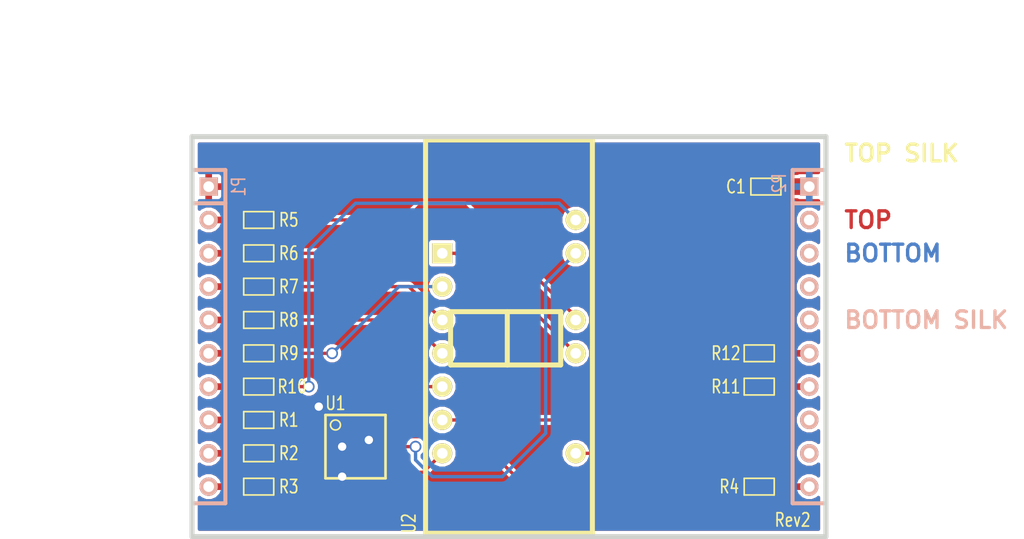
<source format=kicad_pcb>
(kicad_pcb (version 3) (host pcbnew "(2013-09-13 BZR 4316)-product")

  (general
    (links 36)
    (no_connects 0)
    (area 86.577714 101.9048 148.869401 142.430501)
    (thickness 1.6002)
    (drawings 13)
    (tracks 102)
    (zones 0)
    (modules 17)
    (nets 31)
  )

  (page A4)
  (title_block
    (date "26 jan 2013")
  )

  (layers
    (15 Front signal)
    (0 Back signal)
    (16 B.Adhes user)
    (17 F.Adhes user)
    (18 B.Paste user)
    (19 F.Paste user)
    (20 B.SilkS user)
    (21 F.SilkS user)
    (22 B.Mask user)
    (23 F.Mask user)
    (24 Dwgs.User user)
    (25 Cmts.User user)
    (26 Eco1.User user)
    (27 Eco2.User user)
    (28 Edge.Cuts user)
  )

  (setup
    (last_trace_width 0.2032)
    (user_trace_width 0.254)
    (user_trace_width 0.381)
    (user_trace_width 0.508)
    (user_trace_width 0.762)
    (user_trace_width 1.27)
    (user_trace_width 2.032)
    (user_trace_width 2.54)
    (trace_clearance 0.127)
    (zone_clearance 0.254)
    (zone_45_only no)
    (trace_min 0.2032)
    (segment_width 0.381)
    (edge_width 0.381)
    (via_size 0.889)
    (via_drill 0.635)
    (via_min_size 0.889)
    (via_min_drill 0.508)
    (uvia_size 0.508)
    (uvia_drill 0.127)
    (uvias_allowed no)
    (uvia_min_size 0.508)
    (uvia_min_drill 0.127)
    (pcb_text_width 0.3048)
    (pcb_text_size 1.524 2.032)
    (mod_edge_width 0.381)
    (mod_text_size 1.524 1.524)
    (mod_text_width 0.3048)
    (pad_size 1.524 1.524)
    (pad_drill 0.8128)
    (pad_to_mask_clearance 0.254)
    (aux_axis_origin 0 0)
    (visible_elements 7FFFFFFF)
    (pcbplotparams
      (layerselection 284196865)
      (usegerberextensions true)
      (excludeedgelayer true)
      (linewidth 0.150000)
      (plotframeref false)
      (viasonmask false)
      (mode 1)
      (useauxorigin false)
      (hpglpennumber 1)
      (hpglpenspeed 20)
      (hpglpendiameter 15)
      (hpglpenoverlay 0)
      (psnegative false)
      (psa4output false)
      (plotreference true)
      (plotvalue false)
      (plotothertext true)
      (plotinvisibletext false)
      (padsonsilk false)
      (subtractmaskfromsilk false)
      (outputformat 1)
      (mirror false)
      (drillshape 1)
      (scaleselection 1)
      (outputdirectory P:/Engineering_SECURE/Projects/LaunchPad_3x7_Segment_Booster_Pack/Hardware/Gerbers/))
  )

  (net 0 "")
  (net 1 +3.3V)
  (net 2 /SEG_A)
  (net 3 /SEG_B)
  (net 4 /SEG_C)
  (net 5 /SEG_D)
  (net 6 /SEG_DP)
  (net 7 /SEG_E)
  (net 8 /SEG_F)
  (net 9 /SEG_G)
  (net 10 GND)
  (net 11 N-000001)
  (net 12 N-000002)
  (net 13 N-000003)
  (net 14 N-000006)
  (net 15 N-000007)
  (net 16 N-000008)
  (net 17 N-000009)
  (net 18 N-000010)
  (net 19 N-000022)
  (net 20 N-000023)
  (net 21 N-000024)
  (net 22 N-000025)
  (net 23 N-000026)
  (net 24 N-000027)
  (net 25 N-000028)
  (net 26 N-000029)
  (net 27 N-000031)
  (net 28 N-000032)
  (net 29 N-000033)
  (net 30 N-000036)

  (net_class Default "This is the default net class."
    (clearance 0.127)
    (trace_width 0.2032)
    (via_dia 0.889)
    (via_drill 0.635)
    (uvia_dia 0.508)
    (uvia_drill 0.127)
    (add_net "")
    (add_net +3.3V)
    (add_net /SEG_A)
    (add_net /SEG_B)
    (add_net /SEG_C)
    (add_net /SEG_D)
    (add_net /SEG_DP)
    (add_net /SEG_E)
    (add_net /SEG_F)
    (add_net /SEG_G)
    (add_net GND)
    (add_net N-000001)
    (add_net N-000002)
    (add_net N-000003)
    (add_net N-000006)
    (add_net N-000007)
    (add_net N-000008)
    (add_net N-000009)
    (add_net N-000010)
    (add_net N-000022)
    (add_net N-000023)
    (add_net N-000024)
    (add_net N-000025)
    (add_net N-000026)
    (add_net N-000027)
    (add_net N-000028)
    (add_net N-000029)
    (add_net N-000031)
    (add_net N-000032)
    (add_net N-000033)
    (add_net N-000036)
  )

  (module SSOP14 (layer Front) (tedit 4EBA07CB) (tstamp 4EB75C9B)
    (at 112.776 135.382 270)
    (path /510439C1)
    (attr smd)
    (fp_text reference U1 (at -3.302 1.524 360) (layer F.SilkS)
      (effects (font (size 1.016 0.762) (thickness 0.127)))
    )
    (fp_text value 74LS125 (at 3.556 0 360) (layer F.SilkS) hide
      (effects (font (size 1.016 0.762) (thickness 0.127)))
    )
    (fp_circle (center -1.651 1.524) (end -2.032 1.524) (layer F.SilkS) (width 0.127))
    (fp_line (start -2.413 2.286) (end 2.413 2.286) (layer F.SilkS) (width 0.2032))
    (fp_line (start 2.413 2.286) (end 2.413 -2.286) (layer F.SilkS) (width 0.2032))
    (fp_line (start 2.413 -2.286) (end -2.413 -2.286) (layer F.SilkS) (width 0.2032))
    (fp_line (start -2.413 -2.286) (end -2.413 2.286) (layer F.SilkS) (width 0.2032))
    (pad 1 smd rect (at -1.9304 2.794 270) (size 0.4318 1.397)
      (layers Front F.Paste F.Mask)
      (net 10 GND)
    )
    (pad 2 smd rect (at -1.2954 2.794 270) (size 0.4318 1.397)
      (layers Front F.Paste F.Mask)
      (net 11 N-000001)
    )
    (pad 3 smd rect (at -0.635 2.794 270) (size 0.4318 1.397)
      (layers Front F.Paste F.Mask)
      (net 23 N-000026)
    )
    (pad 4 smd rect (at 0 2.794 270) (size 0.4318 1.397)
      (layers Front F.Paste F.Mask)
      (net 10 GND)
    )
    (pad 5 smd rect (at 0.6604 2.794 270) (size 0.4318 1.397)
      (layers Front F.Paste F.Mask)
      (net 12 N-000002)
    )
    (pad 6 smd rect (at 1.3081 2.794 270) (size 0.4318 1.397)
      (layers Front F.Paste F.Mask)
      (net 22 N-000025)
    )
    (pad 7 smd rect (at 1.9558 2.794 270) (size 0.4318 1.397)
      (layers Front F.Paste F.Mask)
      (net 10 GND)
    )
    (pad 8 smd rect (at 1.9558 -2.794 270) (size 0.4318 1.397)
      (layers Front F.Paste F.Mask)
      (net 21 N-000024)
    )
    (pad 9 smd rect (at 1.3081 -2.794 270) (size 0.4318 1.397)
      (layers Front F.Paste F.Mask)
      (net 13 N-000003)
    )
    (pad 10 smd rect (at 0.6604 -2.794 270) (size 0.4318 1.397)
      (layers Front F.Paste F.Mask)
      (net 10 GND)
    )
    (pad 11 smd rect (at 0 -2.794 270) (size 0.4318 1.397)
      (layers Front F.Paste F.Mask)
      (net 19 N-000022)
    )
    (pad 12 smd rect (at -0.6477 -2.794 270) (size 0.4318 1.397)
      (layers Front F.Paste F.Mask)
      (net 20 N-000023)
    )
    (pad 13 smd rect (at -1.2954 -2.794 270) (size 0.4318 1.397)
      (layers Front F.Paste F.Mask)
      (net 10 GND)
    )
    (pad 14 smd rect (at -1.9431 -2.794 270) (size 0.4318 1.397)
      (layers Front F.Paste F.Mask)
      (net 1 +3.3V)
    )
    (model smd/cms_so14.wrl
      (at (xyz 0 0 0))
      (scale (xyz 0.25 0.35 0.25))
      (rotate (xyz 0 0 0))
    )
  )

  (module SM0603 (layer Front) (tedit 4EBA080C) (tstamp 4EB75C9C)
    (at 143.51 128.27)
    (path /51043A4C)
    (attr smd)
    (fp_text reference R12 (at -2.54 0) (layer F.SilkS)
      (effects (font (size 1.016 0.762) (thickness 0.127)))
    )
    (fp_text value RES (at 0 0) (layer F.SilkS) hide
      (effects (font (size 0.7112 0.4572) (thickness 0.1143)))
    )
    (fp_line (start -1.143 -0.635) (end 1.143 -0.635) (layer F.SilkS) (width 0.127))
    (fp_line (start 1.143 -0.635) (end 1.143 0.635) (layer F.SilkS) (width 0.127))
    (fp_line (start 1.143 0.635) (end -1.143 0.635) (layer F.SilkS) (width 0.127))
    (fp_line (start -1.143 0.635) (end -1.143 -0.635) (layer F.SilkS) (width 0.127))
    (pad 1 smd rect (at -0.762 0) (size 0.635 1.143)
      (layers Front F.Paste F.Mask)
      (net 30 N-000036)
    )
    (pad 2 smd rect (at 0.762 0) (size 0.635 1.143)
      (layers Front F.Paste F.Mask)
      (net 6 /SEG_DP)
    )
    (model smd\resistors\R0603.wrl
      (at (xyz 0 0 0.001))
      (scale (xyz 0.5 0.5 0.5))
      (rotate (xyz 0 0 0))
    )
  )

  (module SM0603 (layer Front) (tedit 4EBA0811) (tstamp 4EB75C9E)
    (at 143.51 130.81)
    (path /51043A4D)
    (attr smd)
    (fp_text reference R11 (at -2.54 0) (layer F.SilkS)
      (effects (font (size 1.016 0.762) (thickness 0.127)))
    )
    (fp_text value RES (at 0 0) (layer F.SilkS) hide
      (effects (font (size 0.7112 0.4572) (thickness 0.1143)))
    )
    (fp_line (start -1.143 -0.635) (end 1.143 -0.635) (layer F.SilkS) (width 0.127))
    (fp_line (start 1.143 -0.635) (end 1.143 0.635) (layer F.SilkS) (width 0.127))
    (fp_line (start 1.143 0.635) (end -1.143 0.635) (layer F.SilkS) (width 0.127))
    (fp_line (start -1.143 0.635) (end -1.143 -0.635) (layer F.SilkS) (width 0.127))
    (pad 1 smd rect (at -0.762 0) (size 0.635 1.143)
      (layers Front F.Paste F.Mask)
      (net 18 N-000010)
    )
    (pad 2 smd rect (at 0.762 0) (size 0.635 1.143)
      (layers Front F.Paste F.Mask)
      (net 9 /SEG_G)
    )
    (model smd\resistors\R0603.wrl
      (at (xyz 0 0 0.001))
      (scale (xyz 0.5 0.5 0.5))
      (rotate (xyz 0 0 0))
    )
  )

  (module SM0603 (layer Front) (tedit 4EBA07DF) (tstamp 4EB75CA0)
    (at 105.41 130.81 180)
    (path /51043A4E)
    (attr smd)
    (fp_text reference R10 (at -2.54 0 180) (layer F.SilkS)
      (effects (font (size 1.016 0.762) (thickness 0.127)))
    )
    (fp_text value RES (at 0 0 180) (layer F.SilkS) hide
      (effects (font (size 0.7112 0.4572) (thickness 0.1143)))
    )
    (fp_line (start -1.143 -0.635) (end 1.143 -0.635) (layer F.SilkS) (width 0.127))
    (fp_line (start 1.143 -0.635) (end 1.143 0.635) (layer F.SilkS) (width 0.127))
    (fp_line (start 1.143 0.635) (end -1.143 0.635) (layer F.SilkS) (width 0.127))
    (fp_line (start -1.143 0.635) (end -1.143 -0.635) (layer F.SilkS) (width 0.127))
    (pad 1 smd rect (at -0.762 0 180) (size 0.635 1.143)
      (layers Front F.Paste F.Mask)
      (net 24 N-000027)
    )
    (pad 2 smd rect (at 0.762 0 180) (size 0.635 1.143)
      (layers Front F.Paste F.Mask)
      (net 8 /SEG_F)
    )
    (model smd\resistors\R0603.wrl
      (at (xyz 0 0 0.001))
      (scale (xyz 0.5 0.5 0.5))
      (rotate (xyz 0 0 0))
    )
  )

  (module SM0603 (layer Front) (tedit 4EBA07EB) (tstamp 4EB75CA2)
    (at 105.41 128.27 180)
    (path /51043A4F)
    (attr smd)
    (fp_text reference R9 (at -2.286 0 180) (layer F.SilkS)
      (effects (font (size 1.016 0.762) (thickness 0.127)))
    )
    (fp_text value RES (at 0 0 180) (layer F.SilkS) hide
      (effects (font (size 0.7112 0.4572) (thickness 0.1143)))
    )
    (fp_line (start -1.143 -0.635) (end 1.143 -0.635) (layer F.SilkS) (width 0.127))
    (fp_line (start 1.143 -0.635) (end 1.143 0.635) (layer F.SilkS) (width 0.127))
    (fp_line (start 1.143 0.635) (end -1.143 0.635) (layer F.SilkS) (width 0.127))
    (fp_line (start -1.143 0.635) (end -1.143 -0.635) (layer F.SilkS) (width 0.127))
    (pad 1 smd rect (at -0.762 0 180) (size 0.635 1.143)
      (layers Front F.Paste F.Mask)
      (net 17 N-000009)
    )
    (pad 2 smd rect (at 0.762 0 180) (size 0.635 1.143)
      (layers Front F.Paste F.Mask)
      (net 7 /SEG_E)
    )
    (model smd\resistors\R0603.wrl
      (at (xyz 0 0 0.001))
      (scale (xyz 0.5 0.5 0.5))
      (rotate (xyz 0 0 0))
    )
  )

  (module SM0603 (layer Front) (tedit 4EBA07EE) (tstamp 4EB75CA4)
    (at 105.41 125.73 180)
    (path /51043A42)
    (attr smd)
    (fp_text reference R8 (at -2.286 0 180) (layer F.SilkS)
      (effects (font (size 1.016 0.762) (thickness 0.127)))
    )
    (fp_text value RES (at 0 0 180) (layer F.SilkS) hide
      (effects (font (size 0.7112 0.4572) (thickness 0.1143)))
    )
    (fp_line (start -1.143 -0.635) (end 1.143 -0.635) (layer F.SilkS) (width 0.127))
    (fp_line (start 1.143 -0.635) (end 1.143 0.635) (layer F.SilkS) (width 0.127))
    (fp_line (start 1.143 0.635) (end -1.143 0.635) (layer F.SilkS) (width 0.127))
    (fp_line (start -1.143 0.635) (end -1.143 -0.635) (layer F.SilkS) (width 0.127))
    (pad 1 smd rect (at -0.762 0 180) (size 0.635 1.143)
      (layers Front F.Paste F.Mask)
      (net 25 N-000028)
    )
    (pad 2 smd rect (at 0.762 0 180) (size 0.635 1.143)
      (layers Front F.Paste F.Mask)
      (net 5 /SEG_D)
    )
    (model smd\resistors\R0603.wrl
      (at (xyz 0 0 0.001))
      (scale (xyz 0.5 0.5 0.5))
      (rotate (xyz 0 0 0))
    )
  )

  (module SM0603 (layer Front) (tedit 4EBA07F0) (tstamp 4EB75CA6)
    (at 105.41 123.19 180)
    (path /51043A41)
    (attr smd)
    (fp_text reference R7 (at -2.286 0 180) (layer F.SilkS)
      (effects (font (size 1.016 0.762) (thickness 0.127)))
    )
    (fp_text value RES (at 0 0 180) (layer F.SilkS) hide
      (effects (font (size 0.7112 0.4572) (thickness 0.1143)))
    )
    (fp_line (start -1.143 -0.635) (end 1.143 -0.635) (layer F.SilkS) (width 0.127))
    (fp_line (start 1.143 -0.635) (end 1.143 0.635) (layer F.SilkS) (width 0.127))
    (fp_line (start 1.143 0.635) (end -1.143 0.635) (layer F.SilkS) (width 0.127))
    (fp_line (start -1.143 0.635) (end -1.143 -0.635) (layer F.SilkS) (width 0.127))
    (pad 1 smd rect (at -0.762 0 180) (size 0.635 1.143)
      (layers Front F.Paste F.Mask)
      (net 16 N-000008)
    )
    (pad 2 smd rect (at 0.762 0 180) (size 0.635 1.143)
      (layers Front F.Paste F.Mask)
      (net 4 /SEG_C)
    )
    (model smd\resistors\R0603.wrl
      (at (xyz 0 0 0.001))
      (scale (xyz 0.5 0.5 0.5))
      (rotate (xyz 0 0 0))
    )
  )

  (module SM0603 (layer Front) (tedit 4EBA07F3) (tstamp 4EB75CA8)
    (at 105.41 120.65 180)
    (path /51043A29)
    (attr smd)
    (fp_text reference R6 (at -2.286 0 180) (layer F.SilkS)
      (effects (font (size 1.016 0.762) (thickness 0.127)))
    )
    (fp_text value RES (at 0 0 180) (layer F.SilkS) hide
      (effects (font (size 0.7112 0.4572) (thickness 0.1143)))
    )
    (fp_line (start -1.143 -0.635) (end 1.143 -0.635) (layer F.SilkS) (width 0.127))
    (fp_line (start 1.143 -0.635) (end 1.143 0.635) (layer F.SilkS) (width 0.127))
    (fp_line (start 1.143 0.635) (end -1.143 0.635) (layer F.SilkS) (width 0.127))
    (fp_line (start -1.143 0.635) (end -1.143 -0.635) (layer F.SilkS) (width 0.127))
    (pad 1 smd rect (at -0.762 0 180) (size 0.635 1.143)
      (layers Front F.Paste F.Mask)
      (net 26 N-000029)
    )
    (pad 2 smd rect (at 0.762 0 180) (size 0.635 1.143)
      (layers Front F.Paste F.Mask)
      (net 3 /SEG_B)
    )
    (model smd\resistors\R0603.wrl
      (at (xyz 0 0 0.001))
      (scale (xyz 0.5 0.5 0.5))
      (rotate (xyz 0 0 0))
    )
  )

  (module SM0603 (layer Front) (tedit 4EBA07F7) (tstamp 4EB75CAA)
    (at 105.41 118.11 180)
    (path /510439FB)
    (attr smd)
    (fp_text reference R5 (at -2.286 0 180) (layer F.SilkS)
      (effects (font (size 1.016 0.762) (thickness 0.127)))
    )
    (fp_text value RES (at 0 0 180) (layer F.SilkS) hide
      (effects (font (size 0.7112 0.4572) (thickness 0.1143)))
    )
    (fp_line (start -1.143 -0.635) (end 1.143 -0.635) (layer F.SilkS) (width 0.127))
    (fp_line (start 1.143 -0.635) (end 1.143 0.635) (layer F.SilkS) (width 0.127))
    (fp_line (start 1.143 0.635) (end -1.143 0.635) (layer F.SilkS) (width 0.127))
    (fp_line (start -1.143 0.635) (end -1.143 -0.635) (layer F.SilkS) (width 0.127))
    (pad 1 smd rect (at -0.762 0 180) (size 0.635 1.143)
      (layers Front F.Paste F.Mask)
      (net 15 N-000007)
    )
    (pad 2 smd rect (at 0.762 0 180) (size 0.635 1.143)
      (layers Front F.Paste F.Mask)
      (net 2 /SEG_A)
    )
    (model smd\resistors\R0603.wrl
      (at (xyz 0 0 0.001))
      (scale (xyz 0.5 0.5 0.5))
      (rotate (xyz 0 0 0))
    )
  )

  (module SM0603 (layer Front) (tedit 4EBA0815) (tstamp 4EB75CAC)
    (at 143.51 138.43 180)
    (path /51043A63)
    (attr smd)
    (fp_text reference R4 (at 2.286 0 180) (layer F.SilkS)
      (effects (font (size 1.016 0.762) (thickness 0.127)))
    )
    (fp_text value RES (at 0 0 180) (layer F.SilkS) hide
      (effects (font (size 0.7112 0.4572) (thickness 0.1143)))
    )
    (fp_line (start -1.143 -0.635) (end 1.143 -0.635) (layer F.SilkS) (width 0.127))
    (fp_line (start 1.143 -0.635) (end 1.143 0.635) (layer F.SilkS) (width 0.127))
    (fp_line (start 1.143 0.635) (end -1.143 0.635) (layer F.SilkS) (width 0.127))
    (fp_line (start -1.143 0.635) (end -1.143 -0.635) (layer F.SilkS) (width 0.127))
    (pad 1 smd rect (at -0.762 0 180) (size 0.635 1.143)
      (layers Front F.Paste F.Mask)
      (net 14 N-000006)
    )
    (pad 2 smd rect (at 0.762 0 180) (size 0.635 1.143)
      (layers Front F.Paste F.Mask)
      (net 20 N-000023)
    )
    (model smd\resistors\R0603.wrl
      (at (xyz 0 0 0.001))
      (scale (xyz 0.5 0.5 0.5))
      (rotate (xyz 0 0 0))
    )
  )

  (module SM0603 (layer Front) (tedit 4EBA07D1) (tstamp 4EB75CAE)
    (at 105.41 138.43 180)
    (path /51043AE9)
    (attr smd)
    (fp_text reference R3 (at -2.286 0 180) (layer F.SilkS)
      (effects (font (size 1.016 0.762) (thickness 0.127)))
    )
    (fp_text value RES (at 0 0 180) (layer F.SilkS) hide
      (effects (font (size 0.7112 0.4572) (thickness 0.1143)))
    )
    (fp_line (start -1.143 -0.635) (end 1.143 -0.635) (layer F.SilkS) (width 0.127))
    (fp_line (start 1.143 -0.635) (end 1.143 0.635) (layer F.SilkS) (width 0.127))
    (fp_line (start 1.143 0.635) (end -1.143 0.635) (layer F.SilkS) (width 0.127))
    (fp_line (start -1.143 0.635) (end -1.143 -0.635) (layer F.SilkS) (width 0.127))
    (pad 1 smd rect (at -0.762 0 180) (size 0.635 1.143)
      (layers Front F.Paste F.Mask)
      (net 13 N-000003)
    )
    (pad 2 smd rect (at 0.762 0 180) (size 0.635 1.143)
      (layers Front F.Paste F.Mask)
      (net 29 N-000033)
    )
    (model smd\resistors\R0603.wrl
      (at (xyz 0 0 0.001))
      (scale (xyz 0.5 0.5 0.5))
      (rotate (xyz 0 0 0))
    )
  )

  (module SM0603 (layer Front) (tedit 4EBA07D5) (tstamp 4EB75CB0)
    (at 105.41 135.89 180)
    (path /51043AEA)
    (attr smd)
    (fp_text reference R2 (at -2.286 0 180) (layer F.SilkS)
      (effects (font (size 1.016 0.762) (thickness 0.127)))
    )
    (fp_text value RES (at 0 0 180) (layer F.SilkS) hide
      (effects (font (size 0.7112 0.4572) (thickness 0.1143)))
    )
    (fp_line (start -1.143 -0.635) (end 1.143 -0.635) (layer F.SilkS) (width 0.127))
    (fp_line (start 1.143 -0.635) (end 1.143 0.635) (layer F.SilkS) (width 0.127))
    (fp_line (start 1.143 0.635) (end -1.143 0.635) (layer F.SilkS) (width 0.127))
    (fp_line (start -1.143 0.635) (end -1.143 -0.635) (layer F.SilkS) (width 0.127))
    (pad 1 smd rect (at -0.762 0 180) (size 0.635 1.143)
      (layers Front F.Paste F.Mask)
      (net 12 N-000002)
    )
    (pad 2 smd rect (at 0.762 0 180) (size 0.635 1.143)
      (layers Front F.Paste F.Mask)
      (net 28 N-000032)
    )
    (model smd\resistors\R0603.wrl
      (at (xyz 0 0 0.001))
      (scale (xyz 0.5 0.5 0.5))
      (rotate (xyz 0 0 0))
    )
  )

  (module SM0603 (layer Front) (tedit 4EBA07D9) (tstamp 4EB75CB2)
    (at 105.41 133.35 180)
    (path /51043AEB)
    (attr smd)
    (fp_text reference R1 (at -2.286 0 180) (layer F.SilkS)
      (effects (font (size 1.016 0.762) (thickness 0.127)))
    )
    (fp_text value RES (at 0 0 180) (layer F.SilkS) hide
      (effects (font (size 0.7112 0.4572) (thickness 0.1143)))
    )
    (fp_line (start -1.143 -0.635) (end 1.143 -0.635) (layer F.SilkS) (width 0.127))
    (fp_line (start 1.143 -0.635) (end 1.143 0.635) (layer F.SilkS) (width 0.127))
    (fp_line (start 1.143 0.635) (end -1.143 0.635) (layer F.SilkS) (width 0.127))
    (fp_line (start -1.143 0.635) (end -1.143 -0.635) (layer F.SilkS) (width 0.127))
    (pad 1 smd rect (at -0.762 0 180) (size 0.635 1.143)
      (layers Front F.Paste F.Mask)
      (net 11 N-000001)
    )
    (pad 2 smd rect (at 0.762 0 180) (size 0.635 1.143)
      (layers Front F.Paste F.Mask)
      (net 27 N-000031)
    )
    (model smd\resistors\R0603.wrl
      (at (xyz 0 0 0.001))
      (scale (xyz 0.5 0.5 0.5))
      (rotate (xyz 0 0 0))
    )
  )

  (module SM0603 (layer Front) (tedit 4EBA0808) (tstamp 4EB75CB4)
    (at 144.018 115.57)
    (path /4EB729BE)
    (attr smd)
    (fp_text reference C1 (at -2.286 0) (layer F.SilkS)
      (effects (font (size 1.016 0.762) (thickness 0.127)))
    )
    (fp_text value 10uF (at 0 0) (layer F.SilkS) hide
      (effects (font (size 0.7112 0.4572) (thickness 0.1143)))
    )
    (fp_line (start -1.143 -0.635) (end 1.143 -0.635) (layer F.SilkS) (width 0.127))
    (fp_line (start 1.143 -0.635) (end 1.143 0.635) (layer F.SilkS) (width 0.127))
    (fp_line (start 1.143 0.635) (end -1.143 0.635) (layer F.SilkS) (width 0.127))
    (fp_line (start -1.143 0.635) (end -1.143 -0.635) (layer F.SilkS) (width 0.127))
    (pad 1 smd rect (at -0.762 0) (size 0.635 1.143)
      (layers Front F.Paste F.Mask)
      (net 1 +3.3V)
    )
    (pad 2 smd rect (at 0.762 0) (size 0.635 1.143)
      (layers Front F.Paste F.Mask)
      (net 10 GND)
    )
    (model S:\Engineering\KiCAD_Libraries\3D_Library\capacitors\C0603.wrl
      (at (xyz 0 0 0.001))
      (scale (xyz 1 1 1))
      (rotate (xyz 0 0 0))
    )
  )

  (module SIL-10 (layer Back) (tedit 5306D12D) (tstamp 5306D146)
    (at 147.32 127 270)
    (descr "Connecteur 10 pins")
    (tags "CONN DEV")
    (path /51043EC8)
    (fp_text reference P2 (at -11.684 2.286 270) (layer B.SilkS)
      (effects (font (size 1.016 0.762) (thickness 0.127)) (justify mirror))
    )
    (fp_text value HEADER_1X10 (at 0 2.54 270) (layer B.SilkS) hide
      (effects (font (size 1.016 0.762) (thickness 0.127)) (justify mirror))
    )
    (fp_line (start -12.7 -1.27) (end -12.7 1.27) (layer B.SilkS) (width 0.3048))
    (fp_line (start -12.7 1.27) (end 12.7 1.27) (layer B.SilkS) (width 0.3048))
    (fp_line (start 12.7 1.27) (end 12.7 -1.27) (layer B.SilkS) (width 0.3048))
    (fp_line (start 12.7 -1.27) (end -12.7 -1.27) (layer B.SilkS) (width 0.3048))
    (fp_line (start -10.16 -1.27) (end -10.16 1.27) (layer B.SilkS) (width 0.3048))
    (pad 1 thru_hole rect (at -11.43 0 270) (size 1.397 1.397) (drill 0.8128)
      (layers *.Cu *.Mask B.SilkS)
      (net 10 GND)
    )
    (pad 2 thru_hole circle (at -8.89 0 270) (size 1.397 1.397) (drill 0.8128)
      (layers *.Cu *.Mask B.SilkS)
    )
    (pad 3 thru_hole circle (at -6.35 0 270) (size 1.397 1.397) (drill 0.8128)
      (layers *.Cu *.Mask B.SilkS)
    )
    (pad 4 thru_hole circle (at -3.81 0 270) (size 1.397 1.397) (drill 0.8128)
      (layers *.Cu *.Mask B.SilkS)
    )
    (pad 5 thru_hole circle (at -1.27 0 270) (size 1.397 1.397) (drill 0.8128)
      (layers *.Cu *.Mask B.SilkS)
    )
    (pad 6 thru_hole circle (at 1.27 0 270) (size 1.397 1.397) (drill 0.8128)
      (layers *.Cu *.Mask B.SilkS)
      (net 6 /SEG_DP)
    )
    (pad 7 thru_hole circle (at 3.81 0 270) (size 1.397 1.397) (drill 0.8128)
      (layers *.Cu *.Mask B.SilkS)
      (net 9 /SEG_G)
    )
    (pad 8 thru_hole circle (at 6.35 0 270) (size 1.397 1.397) (drill 0.8128)
      (layers *.Cu *.Mask B.SilkS)
    )
    (pad 9 thru_hole circle (at 8.89 0 270) (size 1.397 1.397) (drill 0.8128)
      (layers *.Cu *.Mask B.SilkS)
    )
    (pad 10 thru_hole circle (at 11.43 0 270) (size 1.397 1.397) (drill 0.8128)
      (layers *.Cu *.Mask B.SilkS)
      (net 14 N-000006)
    )
    (model C:\Engineering\KiCAD_Libraries\3D\Headers\HEADER_F_100MIL_1R10P_GOLD_PTH.wrl
      (at (xyz 0 0 0))
      (scale (xyz 1 1 1))
      (rotate (xyz 0 0 0))
    )
  )

  (module SIL-10 (layer Back) (tedit 5306D13B) (tstamp 5306D2A1)
    (at 101.6 127 270)
    (descr "Connecteur 10 pins")
    (tags "CONN DEV")
    (path /51043EE1)
    (fp_text reference P1 (at -11.43 -2.286 270) (layer B.SilkS)
      (effects (font (size 1.016 0.762) (thickness 0.127)) (justify mirror))
    )
    (fp_text value HEADER_1X10 (at 0 -2.54 270) (layer B.SilkS) hide
      (effects (font (size 1.016 0.762) (thickness 0.127)) (justify mirror))
    )
    (fp_line (start -12.7 -1.27) (end -12.7 1.27) (layer B.SilkS) (width 0.3048))
    (fp_line (start -12.7 1.27) (end 12.7 1.27) (layer B.SilkS) (width 0.3048))
    (fp_line (start 12.7 1.27) (end 12.7 -1.27) (layer B.SilkS) (width 0.3048))
    (fp_line (start 12.7 -1.27) (end -12.7 -1.27) (layer B.SilkS) (width 0.3048))
    (fp_line (start -10.16 -1.27) (end -10.16 1.27) (layer B.SilkS) (width 0.3048))
    (pad 1 thru_hole rect (at -11.43 0 270) (size 1.397 1.397) (drill 0.8128)
      (layers *.Cu *.Mask B.SilkS)
      (net 1 +3.3V)
    )
    (pad 2 thru_hole circle (at -8.89 0 270) (size 1.397 1.397) (drill 0.8128)
      (layers *.Cu *.Mask B.SilkS)
      (net 2 /SEG_A)
    )
    (pad 3 thru_hole circle (at -6.35 0 270) (size 1.397 1.397) (drill 0.8128)
      (layers *.Cu *.Mask B.SilkS)
      (net 3 /SEG_B)
    )
    (pad 4 thru_hole circle (at -3.81 0 270) (size 1.397 1.397) (drill 0.8128)
      (layers *.Cu *.Mask B.SilkS)
      (net 4 /SEG_C)
    )
    (pad 5 thru_hole circle (at -1.27 0 270) (size 1.397 1.397) (drill 0.8128)
      (layers *.Cu *.Mask B.SilkS)
      (net 5 /SEG_D)
    )
    (pad 6 thru_hole circle (at 1.27 0 270) (size 1.397 1.397) (drill 0.8128)
      (layers *.Cu *.Mask B.SilkS)
      (net 7 /SEG_E)
    )
    (pad 7 thru_hole circle (at 3.81 0 270) (size 1.397 1.397) (drill 0.8128)
      (layers *.Cu *.Mask B.SilkS)
      (net 8 /SEG_F)
    )
    (pad 8 thru_hole circle (at 6.35 0 270) (size 1.397 1.397) (drill 0.8128)
      (layers *.Cu *.Mask B.SilkS)
      (net 27 N-000031)
    )
    (pad 9 thru_hole circle (at 8.89 0 270) (size 1.397 1.397) (drill 0.8128)
      (layers *.Cu *.Mask B.SilkS)
      (net 28 N-000032)
    )
    (pad 10 thru_hole circle (at 11.43 0 270) (size 1.397 1.397) (drill 0.8128)
      (layers *.Cu *.Mask B.SilkS)
      (net 29 N-000033)
    )
    (model C:\Engineering\KiCAD_Libraries\3D\Headers\HEADER_F_100MIL_1R10P_GOLD_PTH.wrl
      (at (xyz 0 0 0))
      (scale (xyz 1 1 1))
      (rotate (xyz 0 0 0))
    )
  )

  (module LTC4624JF (layer Front) (tedit 5306D126) (tstamp 5306D160)
    (at 124.46 127 270)
    (descr "Module for the LTC4624JF 3x7 seg display")
    (tags DIL)
    (path /5104399D)
    (fp_text reference U2 (at 14.224 7.62 270) (layer F.SilkS)
      (effects (font (size 1.016 0.762) (thickness 0.127)))
    )
    (fp_text value LTC4624 (at -11.938 7.62 270) (layer F.SilkS) hide
      (effects (font (size 1.016 0.762) (thickness 0.127)))
    )
    (fp_line (start -1.905 4.445) (end 2.159 4.445) (layer F.SilkS) (width 0.381))
    (fp_line (start -1.905 -3.937) (end 2.159 -3.937) (layer F.SilkS) (width 0.381))
    (fp_line (start 2.159 4.445) (end 2.159 -3.937) (layer F.SilkS) (width 0.381))
    (fp_line (start -1.905 4.445) (end -1.905 -3.937) (layer F.SilkS) (width 0.381))
    (fp_line (start 14.986 -6.35) (end 14.986 6.35) (layer F.SilkS) (width 0.381))
    (fp_line (start 14.986 6.35) (end -14.986 6.35) (layer F.SilkS) (width 0.381))
    (fp_line (start -14.986 6.35) (end -14.986 -6.35) (layer F.SilkS) (width 0.381))
    (fp_line (start -14.986 -6.35) (end 14.986 -6.35) (layer F.SilkS) (width 0.381))
    (fp_line (start 2.159 0.127) (end -1.905 0.127) (layer F.SilkS) (width 0.381))
    (pad 1 thru_hole rect (at -6.35 5.08 270) (size 1.524 1.524) (drill 0.8128)
      (layers *.Cu *.Mask F.SilkS)
      (net 23 N-000026)
    )
    (pad 2 thru_hole circle (at -3.81 5.08 270) (size 1.524 1.524) (drill 0.8128)
      (layers *.Cu *.Mask F.SilkS)
      (net 17 N-000009)
    )
    (pad 4 thru_hole circle (at 1.27 5.08 270) (size 1.524 1.524) (drill 0.8128)
      (layers *.Cu *.Mask F.SilkS)
      (net 25 N-000028)
    )
    (pad 6 thru_hole circle (at 6.35 5.08 270) (size 1.524 1.524) (drill 0.8128)
      (layers *.Cu *.Mask F.SilkS)
      (net 30 N-000036)
    )
    (pad 7 thru_hole circle (at 8.89 5.08 270) (size 1.524 1.524) (drill 0.8128)
      (layers *.Cu *.Mask F.SilkS)
      (net 21 N-000024)
    )
    (pad 8 thru_hole circle (at 8.89 -5.08 270) (size 1.524 1.524) (drill 0.8128)
      (layers *.Cu *.Mask F.SilkS)
      (net 18 N-000010)
    )
    (pad 12 thru_hole circle (at -1.27 -5.08 270) (size 1.524 1.524) (drill 0.8128)
      (layers *.Cu *.Mask F.SilkS)
      (net 15 N-000007)
    )
    (pad 14 thru_hole circle (at -6.35 -5.08 270) (size 1.524 1.524) (drill 0.8128)
      (layers *.Cu *.Mask F.SilkS)
      (net 19 N-000022)
    )
    (pad 3 thru_hole circle (at -1.27 5.08 270) (size 1.524 1.524) (drill 0.8128)
      (layers *.Cu *.Mask F.SilkS)
      (net 16 N-000008)
    )
    (pad 5 thru_hole circle (at 3.81 5.08 270) (size 1.524 1.524) (drill 0.8128)
      (layers *.Cu *.Mask F.SilkS)
      (net 22 N-000025)
    )
    (pad 15 thru_hole circle (at -8.89 -5.08 270) (size 1.524 1.524) (drill 0.8128)
      (layers *.Cu *.Mask F.SilkS)
      (net 24 N-000027)
    )
    (pad 11 thru_hole circle (at 1.27 -5.08 270) (size 1.524 1.524) (drill 0.8128)
      (layers *.Cu *.Mask F.SilkS)
      (net 26 N-000029)
    )
    (model C:\Engineering\KiCAD_Libraries\3D\Displays\LED\LTC4624.wrl
      (at (xyz 0 0 0))
      (scale (xyz 10 10 10))
      (rotate (xyz 0 0 0))
    )
  )

  (gr_text "BOTTOM SILK" (at 149.86 125.73) (layer B.SilkS)
    (effects (font (size 1.27 1.27) (thickness 0.254)) (justify left))
  )
  (gr_text "TOP SILK" (at 149.86 113.03) (layer F.SilkS)
    (effects (font (size 1.27 1.27) (thickness 0.254)) (justify left))
  )
  (gr_text "BOTTOM MASK" (at 149.86 123.19) (layer B.Mask)
    (effects (font (size 1.27 1.27) (thickness 0.254)) (justify left))
  )
  (gr_text "TOP MASK" (at 149.86 115.57) (layer F.Mask)
    (effects (font (size 1.27 1.27) (thickness 0.254)) (justify left))
  )
  (gr_text BOTTOM (at 149.86 120.65) (layer Back)
    (effects (font (size 1.27 1.27) (thickness 0.254)) (justify left))
  )
  (gr_text TOP (at 149.86 118.11) (layer Front)
    (effects (font (size 1.27 1.27) (thickness 0.254)) (justify left))
  )
  (dimension 48.26 (width 0.3048) (layer Dwgs.User)
    (gr_text "1.9000 in" (at 124.46 103.7844) (layer Dwgs.User)
      (effects (font (size 2.032 1.524) (thickness 0.3048)))
    )
    (feature1 (pts (xy 100.33 110.49) (xy 100.33 102.1588)))
    (feature2 (pts (xy 148.59 110.49) (xy 148.59 102.1588)))
    (crossbar (pts (xy 148.59 105.41) (xy 100.33 105.41)))
    (arrow1a (pts (xy 100.33 105.41) (xy 101.456504 104.823579)))
    (arrow1b (pts (xy 100.33 105.41) (xy 101.456504 105.996421)))
    (arrow2a (pts (xy 148.59 105.41) (xy 147.463496 104.823579)))
    (arrow2b (pts (xy 148.59 105.41) (xy 147.463496 105.996421)))
  )
  (dimension 30.48 (width 0.3048) (layer Dwgs.User)
    (gr_text "1.2000 in" (at 92.3544 127 90) (layer Dwgs.User)
      (effects (font (size 2.032 1.524) (thickness 0.3048)))
    )
    (feature1 (pts (xy 99.06 111.76) (xy 90.7288 111.76)))
    (feature2 (pts (xy 99.06 142.24) (xy 90.7288 142.24)))
    (crossbar (pts (xy 93.98 142.24) (xy 93.98 111.76)))
    (arrow1a (pts (xy 93.98 111.76) (xy 94.566421 112.886504)))
    (arrow1b (pts (xy 93.98 111.76) (xy 93.393579 112.886504)))
    (arrow2a (pts (xy 93.98 142.24) (xy 94.566421 141.113496)))
    (arrow2b (pts (xy 93.98 142.24) (xy 93.393579 141.113496)))
  )
  (gr_text Rev2 (at 146.05 140.97) (layer F.SilkS)
    (effects (font (size 1.016 0.762) (thickness 0.127)))
  )
  (gr_line (start 148.59 111.76) (end 100.33 111.76) (angle 90) (layer Edge.Cuts) (width 0.381))
  (gr_line (start 148.59 142.24) (end 148.59 111.76) (angle 90) (layer Edge.Cuts) (width 0.381))
  (gr_line (start 100.33 142.24) (end 148.59 142.24) (angle 90) (layer Edge.Cuts) (width 0.381))
  (gr_line (start 100.33 111.76) (end 100.33 142.24) (angle 90) (layer Edge.Cuts) (width 0.381))

  (segment (start 101.6 118.11) (end 104.648 118.11) (width 0.508) (layer Front) (net 2))
  (segment (start 101.6 120.65) (end 104.648 120.65) (width 0.508) (layer Front) (net 3))
  (segment (start 101.6 123.19) (end 104.648 123.19) (width 0.508) (layer Front) (net 4))
  (segment (start 101.6 125.73) (end 104.648 125.73) (width 0.508) (layer Front) (net 5))
  (segment (start 144.272 128.27) (end 147.32 128.27) (width 0.508) (layer Front) (net 6))
  (segment (start 101.6 128.27) (end 104.648 128.27) (width 0.508) (layer Front) (net 7))
  (segment (start 101.6 130.81) (end 104.648 130.81) (width 0.508) (layer Front) (net 8))
  (segment (start 147.32 130.81) (end 144.272 130.81) (width 0.508) (layer Front) (net 9))
  (segment (start 115.57 136.0424) (end 114.4524 136.0424) (width 0.254) (layer Front) (net 10))
  (segment (start 109.982 137.3378) (end 111.4298 137.3378) (width 0.254) (layer Front) (net 10))
  (via (at 111.76 135.382) (size 0.889) (layers Front Back) (net 10))
  (segment (start 109.982 133.4516) (end 109.982 132.334) (width 0.254) (layer Front) (net 10))
  (via (at 109.982 132.334) (size 0.889) (layers Front Back) (net 10))
  (segment (start 147.32 115.57) (end 144.78 115.57) (width 1.27) (layer Front) (net 10))
  (segment (start 109.982 135.382) (end 111.76 135.382) (width 0.254) (layer Front) (net 10))
  (segment (start 111.4298 137.3378) (end 111.76 137.668) (width 0.254) (layer Front) (net 10))
  (via (at 111.76 137.668) (size 0.889) (layers Front Back) (net 10))
  (via (at 113.792 134.874) (size 0.889) (layers Front Back) (net 10))
  (segment (start 114.5794 134.0866) (end 113.792 134.874) (width 0.254) (layer Front) (net 10))
  (segment (start 114.5794 134.0866) (end 115.57 134.0866) (width 0.254) (layer Front) (net 10))
  (segment (start 113.792 135.382) (end 113.792 134.874) (width 0.254) (layer Front) (net 10))
  (segment (start 114.4524 136.0424) (end 113.792 135.382) (width 0.254) (layer Front) (net 10))
  (segment (start 107.188 133.35) (end 106.172 133.35) (width 0.254) (layer Front) (net 11))
  (segment (start 107.9246 134.0866) (end 107.188 133.35) (width 0.254) (layer Front) (net 11))
  (segment (start 109.982 134.0866) (end 107.9246 134.0866) (width 0.254) (layer Front) (net 11))
  (segment (start 108.6104 136.0424) (end 109.982 136.0424) (width 0.254) (layer Front) (net 12))
  (segment (start 106.172 135.89) (end 108.458 135.89) (width 0.254) (layer Front) (net 12))
  (segment (start 108.458 135.89) (end 108.6104 136.0424) (width 0.254) (layer Front) (net 12))
  (segment (start 106.172 138.43) (end 110.744 138.43) (width 0.254) (layer Front) (net 13))
  (segment (start 115.57 136.6901) (end 114.5159 136.6901) (width 0.254) (layer Front) (net 13))
  (segment (start 110.744 138.43) (end 111.252 138.938) (width 0.254) (layer Front) (net 13))
  (segment (start 111.252 138.938) (end 112.268 138.938) (width 0.254) (layer Front) (net 13))
  (segment (start 112.268 138.938) (end 114.5159 136.6901) (width 0.254) (layer Front) (net 13))
  (segment (start 144.272 138.43) (end 147.32 138.43) (width 0.508) (layer Front) (net 14))
  (segment (start 129.54 125.476) (end 128.524 124.46) (width 0.254) (layer Front) (net 15))
  (segment (start 121.158 117.094) (end 128.524 124.46) (width 0.254) (layer Front) (net 15))
  (segment (start 116.586 118.11) (end 106.172 118.11) (width 0.254) (layer Front) (net 15))
  (segment (start 116.586 118.11) (end 117.602 117.094) (width 0.254) (layer Front) (net 15))
  (segment (start 129.54 125.73) (end 129.54 125.476) (width 0.254) (layer Front) (net 15))
  (segment (start 117.602 117.094) (end 121.158 117.094) (width 0.254) (layer Front) (net 15))
  (segment (start 106.172 123.19) (end 116.84 123.19) (width 0.254) (layer Front) (net 16))
  (segment (start 119.38 125.73) (end 116.84 123.19) (width 0.254) (layer Front) (net 16))
  (segment (start 119.38 123.19) (end 116.078 123.19) (width 0.254) (layer Back) (net 17))
  (segment (start 116.078 123.19) (end 110.998 128.27) (width 0.254) (layer Back) (net 17))
  (via (at 110.998 128.27) (size 0.889) (layers Front Back) (net 17))
  (segment (start 110.998 128.27) (end 106.172 128.27) (width 0.254) (layer Front) (net 17))
  (segment (start 129.54 135.89) (end 136.398 135.89) (width 0.254) (layer Front) (net 18))
  (segment (start 141.478 130.81) (end 142.748 130.81) (width 0.254) (layer Front) (net 18))
  (segment (start 136.398 135.89) (end 141.478 130.81) (width 0.254) (layer Front) (net 18))
  (via (at 117.348 135.382) (size 0.889) (layers Front Back) (net 19))
  (segment (start 117.348 136.398) (end 118.618 137.668) (width 0.254) (layer Back) (net 19))
  (segment (start 118.618 137.668) (end 123.952 137.668) (width 0.254) (layer Back) (net 19))
  (segment (start 115.57 135.382) (end 117.348 135.382) (width 0.254) (layer Front) (net 19))
  (segment (start 117.348 135.382) (end 117.348 136.398) (width 0.254) (layer Back) (net 19))
  (segment (start 127.254 134.366) (end 125.222 136.398) (width 0.254) (layer Back) (net 19))
  (segment (start 127.254 122.936) (end 127.254 134.366) (width 0.254) (layer Back) (net 19))
  (segment (start 123.952 137.668) (end 125.222 136.398) (width 0.254) (layer Back) (net 19))
  (segment (start 127.254 122.936) (end 129.54 120.65) (width 0.254) (layer Back) (net 19))
  (segment (start 116.7257 134.7343) (end 115.57 134.7343) (width 0.254) (layer Front) (net 20))
  (segment (start 121.92 134.62) (end 122.682 135.382) (width 0.254) (layer Front) (net 20))
  (segment (start 116.84 134.62) (end 121.92 134.62) (width 0.254) (layer Front) (net 20))
  (segment (start 116.7257 134.7343) (end 116.84 134.62) (width 0.254) (layer Front) (net 20))
  (segment (start 122.682 135.382) (end 125.73 138.43) (width 0.254) (layer Front) (net 20))
  (segment (start 142.748 138.43) (end 125.73 138.43) (width 0.254) (layer Front) (net 20))
  (segment (start 116.9162 137.3378) (end 115.57 137.3378) (width 0.254) (layer Front) (net 21))
  (segment (start 117.9322 137.3378) (end 116.9162 137.3378) (width 0.254) (layer Front) (net 21))
  (segment (start 119.38 135.89) (end 117.9322 137.3378) (width 0.254) (layer Front) (net 21))
  (segment (start 112.776 135.89) (end 111.9759 136.6901) (width 0.254) (layer Front) (net 22))
  (segment (start 112.776 133.604) (end 112.776 135.89) (width 0.254) (layer Front) (net 22))
  (segment (start 119.38 130.81) (end 115.57 130.81) (width 0.254) (layer Front) (net 22))
  (segment (start 111.9759 136.6901) (end 109.982 136.6901) (width 0.254) (layer Front) (net 22))
  (segment (start 113.284 133.096) (end 112.776 133.604) (width 0.254) (layer Front) (net 22))
  (segment (start 115.57 130.81) (end 113.284 133.096) (width 0.254) (layer Front) (net 22))
  (segment (start 120.396 120.65) (end 121.412 121.666) (width 0.254) (layer Front) (net 23))
  (segment (start 109.982 134.747) (end 111.125 134.747) (width 0.254) (layer Front) (net 23))
  (segment (start 111.506 134.366) (end 111.125 134.747) (width 0.254) (layer Front) (net 23))
  (segment (start 113.538 129.54) (end 120.142 129.54) (width 0.254) (layer Front) (net 23))
  (segment (start 120.142 129.54) (end 121.412 128.27) (width 0.254) (layer Front) (net 23))
  (segment (start 121.412 128.27) (end 121.412 127.254) (width 0.254) (layer Front) (net 23))
  (segment (start 119.38 120.65) (end 120.396 120.65) (width 0.254) (layer Front) (net 23))
  (segment (start 113.538 129.54) (end 111.506 131.572) (width 0.254) (layer Front) (net 23))
  (segment (start 121.412 121.666) (end 121.412 127.254) (width 0.254) (layer Front) (net 23))
  (segment (start 111.506 131.572) (end 111.506 134.366) (width 0.254) (layer Front) (net 23))
  (segment (start 128.27 116.84) (end 127 116.84) (width 0.254) (layer Back) (net 24))
  (via (at 109.22 130.81) (size 0.889) (layers Front Back) (net 24))
  (segment (start 112.776 116.84) (end 109.22 120.396) (width 0.254) (layer Back) (net 24))
  (segment (start 129.54 118.11) (end 128.27 116.84) (width 0.254) (layer Back) (net 24))
  (segment (start 109.22 130.81) (end 106.172 130.81) (width 0.254) (layer Front) (net 24))
  (segment (start 127 116.84) (end 112.776 116.84) (width 0.254) (layer Back) (net 24))
  (segment (start 109.22 120.396) (end 109.22 130.81) (width 0.254) (layer Back) (net 24))
  (segment (start 106.172 125.73) (end 116.84 125.73) (width 0.254) (layer Front) (net 25))
  (segment (start 119.38 128.27) (end 116.84 125.73) (width 0.254) (layer Front) (net 25))
  (segment (start 117.856 118.872) (end 120.142 118.872) (width 0.254) (layer Front) (net 26))
  (segment (start 116.078 120.65) (end 117.856 118.872) (width 0.254) (layer Front) (net 26))
  (segment (start 106.172 120.65) (end 116.078 120.65) (width 0.254) (layer Front) (net 26))
  (segment (start 120.142 118.872) (end 129.54 128.27) (width 0.254) (layer Front) (net 26))
  (segment (start 101.6 133.35) (end 104.648 133.35) (width 0.508) (layer Front) (net 27))
  (segment (start 101.6 135.89) (end 104.648 135.89) (width 0.508) (layer Front) (net 28))
  (segment (start 101.6 138.43) (end 104.648 138.43) (width 0.508) (layer Front) (net 29))
  (segment (start 142.748 128.27) (end 133.35 128.27) (width 0.254) (layer Front) (net 30))
  (segment (start 133.35 128.27) (end 128.27 133.35) (width 0.254) (layer Front) (net 30))
  (segment (start 128.27 133.35) (end 119.38 133.35) (width 0.254) (layer Front) (net 30))

  (zone (net 1) (net_name +3.3V) (layer Front) (tstamp 4EB762A7) (hatch edge 0.508)
    (connect_pads (clearance 0.254))
    (min_thickness 0.254)
    (fill (arc_segments 16) (thermal_gap 0.508) (thermal_bridge_width 0.508))
    (polygon
      (pts
        (xy 148.59 142.24) (xy 148.59 111.76) (xy 100.33 111.76) (xy 100.33 142.24)
      )
    )
    (filled_polygon
      (pts
        (xy 148.0185 141.6685) (xy 143.44396 141.6685) (xy 143.44396 139.07516) (xy 143.44396 138.9253) (xy 143.44396 137.7823)
        (xy 143.44396 131.45516) (xy 143.44396 131.3053) (xy 143.44396 130.1623) (xy 143.38554 130.0226) (xy 143.27886 129.91592)
        (xy 143.13916 129.86004) (xy 142.9893 129.86004) (xy 142.3543 129.86004) (xy 142.2146 129.91846) (xy 142.10792 130.02514)
        (xy 142.05204 130.16484) (xy 142.05204 130.302) (xy 141.478 130.302) (xy 141.28242 130.3401) (xy 141.11732 130.45186)
        (xy 136.18718 135.382) (xy 130.56362 135.382) (xy 130.50774 135.24484) (xy 130.1877 134.9248) (xy 129.7686 134.74954)
        (xy 129.31394 134.74954) (xy 128.89484 134.92226) (xy 128.5748 135.2423) (xy 128.39954 135.6614) (xy 128.39954 136.11606)
        (xy 128.57226 136.53516) (xy 128.8923 136.8552) (xy 129.3114 137.03046) (xy 129.76606 137.03046) (xy 130.18516 136.85774)
        (xy 130.5052 136.5377) (xy 130.56362 136.398) (xy 136.398 136.398) (xy 136.398 136.39546) (xy 136.59104 136.3599)
        (xy 136.59358 136.3599) (xy 136.75614 136.24814) (xy 141.68628 131.318) (xy 142.05204 131.318) (xy 142.05204 131.4577)
        (xy 142.11046 131.5974) (xy 142.21714 131.70408) (xy 142.35684 131.75996) (xy 142.5067 131.75996) (xy 143.1417 131.75996)
        (xy 143.2814 131.70154) (xy 143.38808 131.59486) (xy 143.44396 131.45516) (xy 143.44396 137.7823) (xy 143.38554 137.6426)
        (xy 143.27886 137.53592) (xy 143.13916 137.48004) (xy 142.9893 137.48004) (xy 142.3543 137.48004) (xy 142.2146 137.53846)
        (xy 142.10792 137.64514) (xy 142.05204 137.78484) (xy 142.05204 137.922) (xy 125.93828 137.922) (xy 123.04522 135.02894)
        (xy 123.04014 135.02386) (xy 123.04014 135.02132) (xy 122.27814 134.26186) (xy 122.11558 134.1501) (xy 121.92 134.112)
        (xy 120.2309 134.112) (xy 120.3452 133.9977) (xy 120.40362 133.858) (xy 128.27 133.858) (xy 128.27 133.85546)
        (xy 128.46304 133.8199) (xy 128.46558 133.8199) (xy 128.62814 133.70814) (xy 133.55828 128.778) (xy 142.05204 128.778)
        (xy 142.05204 128.9177) (xy 142.11046 129.0574) (xy 142.21714 129.16408) (xy 142.35684 129.21996) (xy 142.5067 129.21996)
        (xy 143.1417 129.21996) (xy 143.2814 129.16154) (xy 143.38808 129.05486) (xy 143.44396 128.91516) (xy 143.44396 128.7653)
        (xy 143.44396 127.6223) (xy 143.38554 127.4826) (xy 143.27886 127.37592) (xy 143.13916 127.32004) (xy 143.129 127.32004)
        (xy 143.129 116.61902) (xy 143.129 115.697) (xy 143.129 115.443) (xy 143.129 114.52098) (xy 142.97152 114.3635)
        (xy 142.81404 114.36604) (xy 142.58036 114.46256) (xy 142.40256 114.64036) (xy 142.30604 114.8715) (xy 142.30604 115.12296)
        (xy 142.3035 115.28552) (xy 142.46098 115.443) (xy 143.129 115.443) (xy 143.129 115.697) (xy 142.46098 115.697)
        (xy 142.3035 115.85448) (xy 142.30604 116.01704) (xy 142.30604 116.2685) (xy 142.40256 116.49964) (xy 142.58036 116.67744)
        (xy 142.81404 116.77396) (xy 142.97152 116.7765) (xy 143.129 116.61902) (xy 143.129 127.32004) (xy 142.9893 127.32004)
        (xy 142.3543 127.32004) (xy 142.2146 127.37846) (xy 142.10792 127.48514) (xy 142.05204 127.62484) (xy 142.05204 127.762)
        (xy 133.35 127.762) (xy 133.15442 127.8001) (xy 132.98932 127.91186) (xy 128.05918 132.842) (xy 120.40362 132.842)
        (xy 120.34774 132.70484) (xy 120.0277 132.3848) (xy 119.6086 132.20954) (xy 119.15394 132.20954) (xy 118.73484 132.38226)
        (xy 118.4148 132.7023) (xy 118.23954 133.1214) (xy 118.23954 133.57606) (xy 118.41226 133.99516) (xy 118.5291 134.112)
        (xy 116.84 134.112) (xy 116.67236 134.14248) (xy 116.80444 134.01294) (xy 116.90096 133.77926) (xy 116.9035 133.70306)
        (xy 116.9035 133.17474) (xy 116.90096 133.09854) (xy 116.80444 132.86486) (xy 116.62664 132.68706) (xy 116.3955 132.59054)
        (xy 116.14404 132.59054) (xy 115.85448 132.588) (xy 115.697 132.74548) (xy 115.697 133.33222) (xy 116.74602 133.33222)
        (xy 116.9035 133.17474) (xy 116.9035 133.70306) (xy 116.74602 133.54558) (xy 116.47424 133.54558) (xy 116.34216 133.49224)
        (xy 116.1923 133.49224) (xy 115.443 133.49224) (xy 115.443 133.33222) (xy 115.443 132.74548) (xy 115.28552 132.588)
        (xy 114.99596 132.59054) (xy 114.7445 132.59054) (xy 114.51336 132.68706) (xy 114.33556 132.86486) (xy 114.23904 133.09854)
        (xy 114.2365 133.17474) (xy 114.39398 133.33222) (xy 115.443 133.33222) (xy 115.443 133.49224) (xy 114.7953 133.49224)
        (xy 114.66576 133.54558) (xy 114.39398 133.54558) (xy 114.2365 133.70306) (xy 114.2365 133.71576) (xy 114.21872 133.72846)
        (xy 113.89868 134.0485) (xy 113.62944 134.0485) (xy 113.32464 134.17296) (xy 113.284 134.2136) (xy 113.284 133.81228)
        (xy 113.64214 133.45668) (xy 113.64214 133.45414) (xy 113.64722 133.44652) (xy 115.77828 131.318) (xy 118.35384 131.318)
        (xy 118.41226 131.45516) (xy 118.7323 131.7752) (xy 119.1514 131.95046) (xy 119.60606 131.95046) (xy 120.02516 131.77774)
        (xy 120.3452 131.4577) (xy 120.52046 131.0386) (xy 120.52046 130.58394) (xy 120.34774 130.16484) (xy 120.21566 130.03276)
        (xy 120.33504 130.0099) (xy 120.33758 130.0099) (xy 120.50014 129.89814) (xy 121.77014 128.62814) (xy 121.8819 128.46558)
        (xy 121.8819 128.46304) (xy 121.91746 128.27) (xy 121.92 128.27) (xy 121.92 127.254) (xy 121.92 121.666)
        (xy 121.8819 121.47042) (xy 121.77014 121.30786) (xy 121.77014 121.30532) (xy 120.75414 120.29186) (xy 120.59158 120.1801)
        (xy 120.52046 120.16486) (xy 120.52046 119.96674) (xy 128.45542 127.90424) (xy 128.39954 128.0414) (xy 128.39954 128.49606)
        (xy 128.57226 128.91516) (xy 128.8923 129.2352) (xy 129.3114 129.41046) (xy 129.76606 129.41046) (xy 130.18516 129.23774)
        (xy 130.5052 128.9177) (xy 130.68046 128.4986) (xy 130.68046 128.04394) (xy 130.68046 125.9586) (xy 130.68046 125.50394)
        (xy 130.68046 120.8786) (xy 130.68046 120.42394) (xy 130.68046 118.3386) (xy 130.68046 117.88394) (xy 130.50774 117.46484)
        (xy 130.1877 117.1448) (xy 129.7686 116.96954) (xy 129.31394 116.96954) (xy 128.89484 117.14226) (xy 128.5748 117.4623)
        (xy 128.39954 117.8814) (xy 128.39954 118.33606) (xy 128.57226 118.75516) (xy 128.8923 119.0752) (xy 129.3114 119.25046)
        (xy 129.76606 119.25046) (xy 130.18516 119.07774) (xy 130.5052 118.7577) (xy 130.68046 118.3386) (xy 130.68046 120.42394)
        (xy 130.50774 120.00484) (xy 130.1877 119.6848) (xy 129.7686 119.50954) (xy 129.31394 119.50954) (xy 128.89484 119.68226)
        (xy 128.5748 120.0023) (xy 128.39954 120.4214) (xy 128.39954 120.87606) (xy 128.57226 121.29516) (xy 128.8923 121.6152)
        (xy 129.3114 121.79046) (xy 129.76606 121.79046) (xy 130.18516 121.61774) (xy 130.5052 121.2977) (xy 130.68046 120.8786)
        (xy 130.68046 125.50394) (xy 130.50774 125.08484) (xy 130.1877 124.7648) (xy 129.7686 124.58954) (xy 129.36982 124.58954)
        (xy 128.88722 124.10694) (xy 128.88214 124.10186) (xy 128.88214 124.09932) (xy 121.51614 116.73586) (xy 121.35358 116.6241)
        (xy 121.158 116.586) (xy 117.602 116.586) (xy 117.40642 116.6241) (xy 117.24132 116.73586) (xy 116.37518 117.602)
        (xy 106.86796 117.602) (xy 106.86796 117.4623) (xy 106.80954 117.3226) (xy 106.70286 117.21592) (xy 106.56316 117.16004)
        (xy 106.4133 117.16004) (xy 105.7783 117.16004) (xy 105.6386 117.21846) (xy 105.53192 117.32514) (xy 105.47604 117.46484)
        (xy 105.47604 117.6147) (xy 105.47604 118.7577) (xy 105.53446 118.8974) (xy 105.64114 119.00408) (xy 105.78084 119.05996)
        (xy 105.9307 119.05996) (xy 106.5657 119.05996) (xy 106.7054 119.00154) (xy 106.81208 118.89486) (xy 106.86796 118.75516)
        (xy 106.86796 118.618) (xy 116.586 118.618) (xy 116.586 118.61546) (xy 116.77904 118.5799) (xy 116.78158 118.5799)
        (xy 116.94414 118.46814) (xy 117.81028 117.602) (xy 120.94718 117.602) (xy 128.16332 124.81814) (xy 128.16586 124.81814)
        (xy 128.17094 124.82322) (xy 128.53162 125.1839) (xy 128.39954 125.5014) (xy 128.39954 125.95606) (xy 128.57226 126.37516)
        (xy 128.8923 126.6952) (xy 129.3114 126.87046) (xy 129.76606 126.87046) (xy 130.18516 126.69774) (xy 130.5052 126.3777)
        (xy 130.68046 125.9586) (xy 130.68046 128.04394) (xy 130.50774 127.62484) (xy 130.1877 127.3048) (xy 129.7686 127.12954)
        (xy 129.31394 127.12954) (xy 129.17424 127.18542) (xy 120.50014 118.51386) (xy 120.33758 118.4021) (xy 120.142 118.364)
        (xy 117.856 118.364) (xy 117.66042 118.4021) (xy 117.49532 118.51386) (xy 115.86718 120.142) (xy 106.86796 120.142)
        (xy 106.86796 120.0023) (xy 106.80954 119.8626) (xy 106.70286 119.75592) (xy 106.56316 119.70004) (xy 106.4133 119.70004)
        (xy 105.7783 119.70004) (xy 105.6386 119.75846) (xy 105.53192 119.86514) (xy 105.47604 120.00484) (xy 105.47604 120.1547)
        (xy 105.47604 121.2977) (xy 105.53446 121.4374) (xy 105.64114 121.54408) (xy 105.78084 121.59996) (xy 105.9307 121.59996)
        (xy 106.5657 121.59996) (xy 106.7054 121.54154) (xy 106.81208 121.43486) (xy 106.86796 121.29516) (xy 106.86796 121.158)
        (xy 116.078 121.158) (xy 116.078 121.15546) (xy 116.27104 121.1199) (xy 116.27358 121.1199) (xy 116.43614 121.00814)
        (xy 118.06428 119.38) (xy 119.93118 119.38) (xy 120.06072 119.50954) (xy 118.5418 119.50954) (xy 118.4021 119.56796)
        (xy 118.29542 119.67464) (xy 118.23954 119.81434) (xy 118.23954 119.9642) (xy 118.23954 121.4882) (xy 118.29796 121.6279)
        (xy 118.40464 121.73458) (xy 118.54434 121.79046) (xy 118.6942 121.79046) (xy 120.2182 121.79046) (xy 120.3579 121.73204)
        (xy 120.46458 121.62536) (xy 120.51792 121.4882) (xy 120.904 121.87428) (xy 120.904 127.254) (xy 120.904 128.06172)
        (xy 120.52046 128.44526) (xy 120.52046 128.04394) (xy 120.52046 125.9586) (xy 120.52046 125.50394) (xy 120.52046 123.4186)
        (xy 120.52046 122.96394) (xy 120.34774 122.54484) (xy 120.0277 122.2248) (xy 119.6086 122.04954) (xy 119.15394 122.04954)
        (xy 118.73484 122.22226) (xy 118.4148 122.5423) (xy 118.23954 122.9614) (xy 118.23954 123.41606) (xy 118.41226 123.83516)
        (xy 118.7323 124.1552) (xy 119.1514 124.33046) (xy 119.60606 124.33046) (xy 120.02516 124.15774) (xy 120.3452 123.8377)
        (xy 120.52046 123.4186) (xy 120.52046 125.50394) (xy 120.34774 125.08484) (xy 120.0277 124.7648) (xy 119.6086 124.58954)
        (xy 119.15394 124.58954) (xy 119.01424 124.64542) (xy 117.19814 122.83186) (xy 117.03558 122.7201) (xy 116.84 122.682)
        (xy 106.86796 122.682) (xy 106.86796 122.5423) (xy 106.80954 122.4026) (xy 106.70286 122.29592) (xy 106.56316 122.24004)
        (xy 106.4133 122.24004) (xy 105.7783 122.24004) (xy 105.6386 122.29846) (xy 105.53192 122.40514) (xy 105.47604 122.54484)
        (xy 105.47604 122.6947) (xy 105.47604 123.8377) (xy 105.53446 123.9774) (xy 105.64114 124.08408) (xy 105.78084 124.13996)
        (xy 105.9307 124.13996) (xy 106.5657 124.13996) (xy 106.7054 124.08154) (xy 106.81208 123.97486) (xy 106.86796 123.83516)
        (xy 106.86796 123.698) (xy 116.62918 123.698) (xy 118.29542 125.36424) (xy 118.23954 125.5014) (xy 118.23954 125.95606)
        (xy 118.41226 126.37516) (xy 118.7323 126.6952) (xy 119.1514 126.87046) (xy 119.60606 126.87046) (xy 120.02516 126.69774)
        (xy 120.3452 126.3777) (xy 120.52046 125.9586) (xy 120.52046 128.04394) (xy 120.34774 127.62484) (xy 120.0277 127.3048)
        (xy 119.6086 127.12954) (xy 119.15394 127.12954) (xy 119.01424 127.18542) (xy 117.19814 125.37186) (xy 117.03558 125.2601)
        (xy 116.84 125.222) (xy 106.86796 125.222) (xy 106.86796 125.0823) (xy 106.80954 124.9426) (xy 106.70286 124.83592)
        (xy 106.56316 124.78004) (xy 106.4133 124.78004) (xy 105.7783 124.78004) (xy 105.6386 124.83846) (xy 105.53192 124.94514)
        (xy 105.47604 125.08484) (xy 105.47604 125.2347) (xy 105.47604 126.3777) (xy 105.53446 126.5174) (xy 105.64114 126.62408)
        (xy 105.78084 126.67996) (xy 105.9307 126.67996) (xy 106.5657 126.67996) (xy 106.7054 126.62154) (xy 106.81208 126.51486)
        (xy 106.86796 126.37516) (xy 106.86796 126.238) (xy 116.62918 126.238) (xy 118.29542 127.90424) (xy 118.23954 128.0414)
        (xy 118.23954 128.49606) (xy 118.41226 128.91516) (xy 118.5291 129.032) (xy 113.538 129.032) (xy 113.34242 129.0701)
        (xy 113.17732 129.18186) (xy 111.8235 130.53568) (xy 111.8235 128.4351) (xy 111.8235 128.10744) (xy 111.69904 127.80264)
        (xy 111.4679 127.5715) (xy 111.1631 127.4445) (xy 110.83544 127.4445) (xy 110.53064 127.56896) (xy 110.3376 127.762)
        (xy 106.86796 127.762) (xy 106.86796 127.6223) (xy 106.80954 127.4826) (xy 106.70286 127.37592) (xy 106.56316 127.32004)
        (xy 106.4133 127.32004) (xy 105.7783 127.32004) (xy 105.6386 127.37846) (xy 105.53192 127.48514) (xy 105.47604 127.62484)
        (xy 105.47604 127.7747) (xy 105.47604 128.9177) (xy 105.53446 129.0574) (xy 105.64114 129.16408) (xy 105.78084 129.21996)
        (xy 105.9307 129.21996) (xy 106.5657 129.21996) (xy 106.7054 129.16154) (xy 106.81208 129.05486) (xy 106.86796 128.91516)
        (xy 106.86796 128.778) (xy 110.3376 128.778) (xy 110.5281 128.9685) (xy 110.8329 129.0955) (xy 111.16056 129.0955)
        (xy 111.46536 128.97104) (xy 111.6965 128.7399) (xy 111.8235 128.4351) (xy 111.8235 130.53568) (xy 111.14786 131.21386)
        (xy 111.0361 131.37642) (xy 110.998 131.572) (xy 110.998 133.01726) (xy 110.89386 132.91312) (xy 110.75416 132.85724)
        (xy 110.62716 132.85724) (xy 110.6805 132.8039) (xy 110.8075 132.4991) (xy 110.8075 132.17144) (xy 110.68304 131.86664)
        (xy 110.4519 131.6355) (xy 110.1471 131.5085) (xy 110.0455 131.5085) (xy 110.0455 130.9751) (xy 110.0455 130.64744)
        (xy 109.92104 130.34264) (xy 109.6899 130.1115) (xy 109.3851 129.9845) (xy 109.05744 129.9845) (xy 108.75264 130.10896)
        (xy 108.5596 130.302) (xy 106.86796 130.302) (xy 106.86796 130.1623) (xy 106.80954 130.0226) (xy 106.70286 129.91592)
        (xy 106.56316 129.86004) (xy 106.4133 129.86004) (xy 105.7783 129.86004) (xy 105.6386 129.91846) (xy 105.53192 130.02514)
        (xy 105.47604 130.16484) (xy 105.47604 130.3147) (xy 105.47604 131.4577) (xy 105.53446 131.5974) (xy 105.64114 131.70408)
        (xy 105.78084 131.75996) (xy 105.9307 131.75996) (xy 106.5657 131.75996) (xy 106.7054 131.70154) (xy 106.81208 131.59486)
        (xy 106.86796 131.45516) (xy 106.86796 131.318) (xy 108.5596 131.318) (xy 108.7501 131.5085) (xy 109.0549 131.6355)
        (xy 109.38256 131.6355) (xy 109.68736 131.51104) (xy 109.9185 131.2799) (xy 110.0455 130.9751) (xy 110.0455 131.5085)
        (xy 109.81944 131.5085) (xy 109.51464 131.63296) (xy 109.2835 131.8641) (xy 109.1565 132.1689) (xy 109.1565 132.49656)
        (xy 109.28096 132.80136) (xy 109.33684 132.85724) (xy 109.2073 132.85724) (xy 109.0676 132.91566) (xy 108.96092 133.02234)
        (xy 108.90504 133.16204) (xy 108.90504 133.3119) (xy 108.90504 133.5786) (xy 108.13288 133.5786) (xy 107.54614 132.99186)
        (xy 107.38358 132.8801) (xy 107.188 132.842) (xy 106.86796 132.842) (xy 106.86796 132.7023) (xy 106.80954 132.5626)
        (xy 106.70286 132.45592) (xy 106.56316 132.40004) (xy 106.4133 132.40004) (xy 105.7783 132.40004) (xy 105.6386 132.45846)
        (xy 105.53192 132.56514) (xy 105.47604 132.70484) (xy 105.47604 132.8547) (xy 105.47604 133.9977) (xy 105.53446 134.1374)
        (xy 105.64114 134.24408) (xy 105.78084 134.29996) (xy 105.9307 134.29996) (xy 106.5657 134.29996) (xy 106.7054 134.24154)
        (xy 106.81208 134.13486) (xy 106.86796 133.99516) (xy 106.86796 133.858) (xy 106.97718 133.858) (xy 107.56392 134.44474)
        (xy 107.56646 134.44474) (xy 107.64774 134.50062) (xy 107.72902 134.5565) (xy 107.73156 134.5565) (xy 107.9246 134.5946)
        (xy 108.90504 134.5946) (xy 108.90504 134.6073) (xy 108.90504 135.0391) (xy 108.9152 135.0645) (xy 108.90504 135.09244)
        (xy 108.90504 135.2423) (xy 108.90504 135.5344) (xy 108.81868 135.5344) (xy 108.81614 135.53186) (xy 108.65358 135.4201)
        (xy 108.458 135.382) (xy 106.86796 135.382) (xy 106.86796 135.2423) (xy 106.80954 135.1026) (xy 106.70286 134.99592)
        (xy 106.56316 134.94004) (xy 106.4133 134.94004) (xy 105.7783 134.94004) (xy 105.6386 134.99846) (xy 105.53192 135.10514)
        (xy 105.47604 135.24484) (xy 105.47604 135.3947) (xy 105.47604 136.5377) (xy 105.53446 136.6774) (xy 105.64114 136.78408)
        (xy 105.78084 136.83996) (xy 105.9307 136.83996) (xy 106.5657 136.83996) (xy 106.7054 136.78154) (xy 106.81208 136.67486)
        (xy 106.86796 136.53516) (xy 106.86796 136.398) (xy 108.24718 136.398) (xy 108.24972 136.40054) (xy 108.25226 136.40054)
        (xy 108.41482 136.5123) (xy 108.60786 136.54786) (xy 108.6104 136.5504) (xy 108.90504 136.5504) (xy 108.90504 136.9822)
        (xy 108.91774 137.01268) (xy 108.90504 137.04824) (xy 108.90504 137.1981) (xy 108.90504 137.6299) (xy 108.96346 137.7696)
        (xy 109.07014 137.87628) (xy 109.18444 137.922) (xy 106.86796 137.922) (xy 106.86796 137.7823) (xy 106.80954 137.6426)
        (xy 106.70286 137.53592) (xy 106.56316 137.48004) (xy 106.4133 137.48004) (xy 105.7783 137.48004) (xy 105.6386 137.53846)
        (xy 105.53192 137.64514) (xy 105.47604 137.78484) (xy 105.47604 137.9347) (xy 105.47604 139.0777) (xy 105.53446 139.2174)
        (xy 105.64114 139.32408) (xy 105.78084 139.37996) (xy 105.9307 139.37996) (xy 106.5657 139.37996) (xy 106.7054 139.32154)
        (xy 106.81208 139.21486) (xy 106.86796 139.07516) (xy 106.86796 138.938) (xy 110.53318 138.938) (xy 110.89132 139.29614)
        (xy 110.89386 139.29614) (xy 111.05642 139.4079) (xy 111.24946 139.44346) (xy 111.252 139.446) (xy 112.268 139.446)
        (xy 112.268 139.44346) (xy 112.46104 139.4079) (xy 112.46358 139.4079) (xy 112.62614 139.29614) (xy 114.49304 137.42924)
        (xy 114.49304 137.6299) (xy 114.55146 137.7696) (xy 114.65814 137.87628) (xy 114.79784 137.93216) (xy 114.9477 137.93216)
        (xy 116.3447 137.93216) (xy 116.4844 137.87374) (xy 116.51234 137.8458) (xy 116.9162 137.8458) (xy 117.9322 137.8458)
        (xy 117.9322 137.84326) (xy 118.12524 137.8077) (xy 118.12778 137.8077) (xy 118.29034 137.69594) (xy 119.0117 136.97204)
        (xy 119.1514 137.03046) (xy 119.60606 137.03046) (xy 120.02516 136.85774) (xy 120.3452 136.5377) (xy 120.52046 136.1186)
        (xy 120.52046 135.66394) (xy 120.34774 135.24484) (xy 120.2309 135.128) (xy 121.70918 135.128) (xy 122.32132 135.74014)
        (xy 122.32386 135.74014) (xy 122.32894 135.74522) (xy 125.37186 138.78814) (xy 125.53442 138.8999) (xy 125.53696 138.8999)
        (xy 125.73 138.938) (xy 142.05204 138.938) (xy 142.05204 139.0777) (xy 142.11046 139.2174) (xy 142.21714 139.32408)
        (xy 142.35684 139.37996) (xy 142.5067 139.37996) (xy 143.1417 139.37996) (xy 143.2814 139.32154) (xy 143.38808 139.21486)
        (xy 143.44396 139.07516) (xy 143.44396 141.6685) (xy 100.9015 141.6685) (xy 100.9015 139.25804) (xy 100.98786 139.3444)
        (xy 101.3841 139.5095) (xy 101.81336 139.5095) (xy 102.2096 139.34694) (xy 102.49154 139.065) (xy 103.95204 139.065)
        (xy 103.95204 139.0777) (xy 104.01046 139.2174) (xy 104.11714 139.32408) (xy 104.25684 139.37996) (xy 104.4067 139.37996)
        (xy 105.0417 139.37996) (xy 105.1814 139.32154) (xy 105.28808 139.21486) (xy 105.34396 139.07516) (xy 105.34396 138.9253)
        (xy 105.34396 137.7823) (xy 105.28554 137.6426) (xy 105.17886 137.53592) (xy 105.03916 137.48004) (xy 104.8893 137.48004)
        (xy 104.2543 137.48004) (xy 104.1146 137.53846) (xy 104.00792 137.64514) (xy 103.95204 137.78484) (xy 103.95204 137.795)
        (xy 102.49154 137.795) (xy 102.21214 137.5156) (xy 101.8159 137.3505) (xy 101.38664 137.3505) (xy 100.9904 137.51306)
        (xy 100.9015 137.60196) (xy 100.9015 136.71804) (xy 100.98786 136.8044) (xy 101.3841 136.9695) (xy 101.81336 136.9695)
        (xy 102.2096 136.80694) (xy 102.49154 136.525) (xy 103.95204 136.525) (xy 103.95204 136.5377) (xy 104.01046 136.6774)
        (xy 104.11714 136.78408) (xy 104.25684 136.83996) (xy 104.4067 136.83996) (xy 105.0417 136.83996) (xy 105.1814 136.78154)
        (xy 105.28808 136.67486) (xy 105.34396 136.53516) (xy 105.34396 136.3853) (xy 105.34396 135.2423) (xy 105.28554 135.1026)
        (xy 105.17886 134.99592) (xy 105.03916 134.94004) (xy 104.8893 134.94004) (xy 104.2543 134.94004) (xy 104.1146 134.99846)
        (xy 104.00792 135.10514) (xy 103.95204 135.24484) (xy 103.95204 135.255) (xy 102.49154 135.255) (xy 102.21214 134.9756)
        (xy 101.8159 134.8105) (xy 101.38664 134.8105) (xy 100.9904 134.97306) (xy 100.9015 135.06196) (xy 100.9015 134.17804)
        (xy 100.98786 134.2644) (xy 101.3841 134.4295) (xy 101.81336 134.4295) (xy 102.2096 134.26694) (xy 102.49154 133.985)
        (xy 103.95204 133.985) (xy 103.95204 133.9977) (xy 104.01046 134.1374) (xy 104.11714 134.24408) (xy 104.25684 134.29996)
        (xy 104.4067 134.29996) (xy 105.0417 134.29996) (xy 105.1814 134.24154) (xy 105.28808 134.13486) (xy 105.34396 133.99516)
        (xy 105.34396 133.8453) (xy 105.34396 132.7023) (xy 105.28554 132.5626) (xy 105.17886 132.45592) (xy 105.03916 132.40004)
        (xy 104.8893 132.40004) (xy 104.2543 132.40004) (xy 104.1146 132.45846) (xy 104.00792 132.56514) (xy 103.95204 132.70484)
        (xy 103.95204 132.715) (xy 102.49154 132.715) (xy 102.21214 132.4356) (xy 101.8159 132.2705) (xy 101.38664 132.2705)
        (xy 100.9904 132.43306) (xy 100.9015 132.52196) (xy 100.9015 131.63804) (xy 100.98786 131.7244) (xy 101.3841 131.8895)
        (xy 101.81336 131.8895) (xy 102.2096 131.72694) (xy 102.49154 131.445) (xy 103.95204 131.445) (xy 103.95204 131.4577)
        (xy 104.01046 131.5974) (xy 104.11714 131.70408) (xy 104.25684 131.75996) (xy 104.4067 131.75996) (xy 105.0417 131.75996)
        (xy 105.1814 131.70154) (xy 105.28808 131.59486) (xy 105.34396 131.45516) (xy 105.34396 131.3053) (xy 105.34396 130.1623)
        (xy 105.28554 130.0226) (xy 105.17886 129.91592) (xy 105.03916 129.86004) (xy 104.8893 129.86004) (xy 104.2543 129.86004)
        (xy 104.1146 129.91846) (xy 104.00792 130.02514) (xy 103.95204 130.16484) (xy 103.95204 130.175) (xy 102.49154 130.175)
        (xy 102.21214 129.8956) (xy 101.8159 129.7305) (xy 101.38664 129.7305) (xy 100.9904 129.89306) (xy 100.9015 129.98196)
        (xy 100.9015 129.09804) (xy 100.98786 129.1844) (xy 101.3841 129.3495) (xy 101.81336 129.3495) (xy 102.2096 129.18694)
        (xy 102.49154 128.905) (xy 103.95204 128.905) (xy 103.95204 128.9177) (xy 104.01046 129.0574) (xy 104.11714 129.16408)
        (xy 104.25684 129.21996) (xy 104.4067 129.21996) (xy 105.0417 129.21996) (xy 105.1814 129.16154) (xy 105.28808 129.05486)
        (xy 105.34396 128.91516) (xy 105.34396 128.7653) (xy 105.34396 127.6223) (xy 105.28554 127.4826) (xy 105.17886 127.37592)
        (xy 105.03916 127.32004) (xy 104.8893 127.32004) (xy 104.2543 127.32004) (xy 104.1146 127.37846) (xy 104.00792 127.48514)
        (xy 103.95204 127.62484) (xy 103.95204 127.635) (xy 102.49154 127.635) (xy 102.21214 127.3556) (xy 101.8159 127.1905)
        (xy 101.38664 127.1905) (xy 100.9904 127.35306) (xy 100.9015 127.44196) (xy 100.9015 126.55804) (xy 100.98786 126.6444)
        (xy 101.3841 126.8095) (xy 101.81336 126.8095) (xy 102.2096 126.64694) (xy 102.49154 126.365) (xy 103.95204 126.365)
        (xy 103.95204 126.3777) (xy 104.01046 126.5174) (xy 104.11714 126.62408) (xy 104.25684 126.67996) (xy 104.4067 126.67996)
        (xy 105.0417 126.67996) (xy 105.1814 126.62154) (xy 105.28808 126.51486) (xy 105.34396 126.37516) (xy 105.34396 126.2253)
        (xy 105.34396 125.0823) (xy 105.28554 124.9426) (xy 105.17886 124.83592) (xy 105.03916 124.78004) (xy 104.8893 124.78004)
        (xy 104.2543 124.78004) (xy 104.1146 124.83846) (xy 104.00792 124.94514) (xy 103.95204 125.08484) (xy 103.95204 125.095)
        (xy 102.49154 125.095) (xy 102.21214 124.8156) (xy 101.8159 124.6505) (xy 101.38664 124.6505) (xy 100.9904 124.81306)
        (xy 100.9015 124.90196) (xy 100.9015 124.01804) (xy 100.98786 124.1044) (xy 101.3841 124.2695) (xy 101.81336 124.2695)
        (xy 102.2096 124.10694) (xy 102.49154 123.825) (xy 103.95204 123.825) (xy 103.95204 123.8377) (xy 104.01046 123.9774)
        (xy 104.11714 124.08408) (xy 104.25684 124.13996) (xy 104.4067 124.13996) (xy 105.0417 124.13996) (xy 105.1814 124.08154)
        (xy 105.28808 123.97486) (xy 105.34396 123.83516) (xy 105.34396 123.6853) (xy 105.34396 122.5423) (xy 105.28554 122.4026)
        (xy 105.17886 122.29592) (xy 105.03916 122.24004) (xy 104.8893 122.24004) (xy 104.2543 122.24004) (xy 104.1146 122.29846)
        (xy 104.00792 122.40514) (xy 103.95204 122.54484) (xy 103.95204 122.555) (xy 102.49154 122.555) (xy 102.21214 122.2756)
        (xy 101.8159 122.1105) (xy 101.38664 122.1105) (xy 100.9904 122.27306) (xy 100.9015 122.36196) (xy 100.9015 121.47804)
        (xy 100.98786 121.5644) (xy 101.3841 121.7295) (xy 101.81336 121.7295) (xy 102.2096 121.56694) (xy 102.49154 121.285)
        (xy 103.95204 121.285) (xy 103.95204 121.2977) (xy 104.01046 121.4374) (xy 104.11714 121.54408) (xy 104.25684 121.59996)
        (xy 104.4067 121.59996) (xy 105.0417 121.59996) (xy 105.1814 121.54154) (xy 105.28808 121.43486) (xy 105.34396 121.29516)
        (xy 105.34396 121.1453) (xy 105.34396 120.0023) (xy 105.28554 119.8626) (xy 105.17886 119.75592) (xy 105.03916 119.70004)
        (xy 104.8893 119.70004) (xy 104.2543 119.70004) (xy 104.1146 119.75846) (xy 104.00792 119.86514) (xy 103.95204 120.00484)
        (xy 103.95204 120.015) (xy 102.49154 120.015) (xy 102.21214 119.7356) (xy 101.8159 119.5705) (xy 101.38664 119.5705)
        (xy 100.9904 119.73306) (xy 100.9015 119.82196) (xy 100.9015 118.93804) (xy 100.98786 119.0244) (xy 101.3841 119.1895)
        (xy 101.81336 119.1895) (xy 102.2096 119.02694) (xy 102.49154 118.745) (xy 103.95204 118.745) (xy 103.95204 118.7577)
        (xy 104.01046 118.8974) (xy 104.11714 119.00408) (xy 104.25684 119.05996) (xy 104.4067 119.05996) (xy 105.0417 119.05996)
        (xy 105.1814 119.00154) (xy 105.28808 118.89486) (xy 105.34396 118.75516) (xy 105.34396 118.6053) (xy 105.34396 117.4623)
        (xy 105.28554 117.3226) (xy 105.17886 117.21592) (xy 105.03916 117.16004) (xy 104.8893 117.16004) (xy 104.2543 117.16004)
        (xy 104.1146 117.21846) (xy 104.00792 117.32514) (xy 103.95204 117.46484) (xy 103.95204 117.475) (xy 102.9335 117.475)
        (xy 102.9335 115.85448) (xy 102.9335 115.28552) (xy 102.93096 114.74704) (xy 102.83444 114.51336) (xy 102.65664 114.33556)
        (xy 102.4255 114.23904) (xy 102.17404 114.23904) (xy 101.88448 114.2365) (xy 101.727 114.39398) (xy 101.727 115.443)
        (xy 102.77602 115.443) (xy 102.9335 115.28552) (xy 102.9335 115.85448) (xy 102.77602 115.697) (xy 101.727 115.697)
        (xy 101.727 116.74602) (xy 101.88448 116.9035) (xy 102.17404 116.90096) (xy 102.4255 116.90096) (xy 102.65664 116.80444)
        (xy 102.83444 116.62664) (xy 102.93096 116.39296) (xy 102.9335 115.85448) (xy 102.9335 117.475) (xy 102.49154 117.475)
        (xy 102.21214 117.1956) (xy 101.8159 117.0305) (xy 101.38664 117.0305) (xy 100.9904 117.19306) (xy 100.9015 117.28196)
        (xy 100.9015 116.90096) (xy 101.02596 116.90096) (xy 101.31552 116.9035) (xy 101.473 116.74602) (xy 101.473 115.824)
        (xy 101.473 115.697) (xy 101.473 115.443) (xy 101.473 115.316) (xy 101.473 114.39398) (xy 101.31552 114.2365)
        (xy 101.02596 114.23904) (xy 100.9015 114.23904) (xy 100.9015 112.3315) (xy 148.0185 112.3315) (xy 148.0185 114.49304)
        (xy 147.9423 114.49304) (xy 146.5453 114.49304) (xy 146.4056 114.55146) (xy 146.40306 114.554) (xy 144.78 114.554)
        (xy 144.44218 114.62004) (xy 144.3863 114.62004) (xy 144.2466 114.67846) (xy 144.16024 114.76228) (xy 144.10944 114.64036)
        (xy 143.93164 114.46256) (xy 143.69796 114.36604) (xy 143.54048 114.3635) (xy 143.383 114.52098) (xy 143.383 115.316)
        (xy 143.383 115.443) (xy 143.383 115.697) (xy 143.383 115.824) (xy 143.383 116.61902) (xy 143.54048 116.7765)
        (xy 143.69796 116.77396) (xy 143.93164 116.67744) (xy 144.10944 116.49964) (xy 144.16024 116.37518) (xy 144.24914 116.46408)
        (xy 144.38884 116.51996) (xy 144.44218 116.51996) (xy 144.78 116.586) (xy 146.40306 116.586) (xy 146.40814 116.59108)
        (xy 146.54784 116.64696) (xy 146.6977 116.64696) (xy 148.0185 116.64696) (xy 148.0185 117.28196) (xy 147.93214 117.1956)
        (xy 147.5359 117.0305) (xy 147.10664 117.0305) (xy 146.7104 117.19306) (xy 146.4056 117.49786) (xy 146.2405 117.8941)
        (xy 146.2405 118.32336) (xy 146.40306 118.7196) (xy 146.70786 119.0244) (xy 147.1041 119.1895) (xy 147.53336 119.1895)
        (xy 147.9296 119.02694) (xy 148.0185 118.93804) (xy 148.0185 119.82196) (xy 147.93214 119.7356) (xy 147.5359 119.5705)
        (xy 147.10664 119.5705) (xy 146.7104 119.73306) (xy 146.4056 120.03786) (xy 146.2405 120.4341) (xy 146.2405 120.86336)
        (xy 146.40306 121.2596) (xy 146.70786 121.5644) (xy 147.1041 121.7295) (xy 147.53336 121.7295) (xy 147.9296 121.56694)
        (xy 148.0185 121.47804) (xy 148.0185 122.36196) (xy 147.93214 122.2756) (xy 147.5359 122.1105) (xy 147.10664 122.1105)
        (xy 146.7104 122.27306) (xy 146.4056 122.57786) (xy 146.2405 122.9741) (xy 146.2405 123.40336) (xy 146.40306 123.7996)
        (xy 146.70786 124.1044) (xy 147.1041 124.2695) (xy 147.53336 124.2695) (xy 147.9296 124.10694) (xy 148.0185 124.01804)
        (xy 148.0185 124.90196) (xy 147.93214 124.8156) (xy 147.5359 124.6505) (xy 147.10664 124.6505) (xy 146.7104 124.81306)
        (xy 146.4056 125.11786) (xy 146.2405 125.5141) (xy 146.2405 125.94336) (xy 146.40306 126.3396) (xy 146.70786 126.6444)
        (xy 147.1041 126.8095) (xy 147.53336 126.8095) (xy 147.9296 126.64694) (xy 148.0185 126.55804) (xy 148.0185 127.44196)
        (xy 147.93214 127.3556) (xy 147.5359 127.1905) (xy 147.10664 127.1905) (xy 146.7104 127.35306) (xy 146.42846 127.635)
        (xy 144.96796 127.635) (xy 144.96796 127.6223) (xy 144.90954 127.4826) (xy 144.80286 127.37592) (xy 144.66316 127.32004)
        (xy 144.5133 127.32004) (xy 143.8783 127.32004) (xy 143.7386 127.37846) (xy 143.63192 127.48514) (xy 143.57604 127.62484)
        (xy 143.57604 127.7747) (xy 143.57604 128.9177) (xy 143.63446 129.0574) (xy 143.74114 129.16408) (xy 143.88084 129.21996)
        (xy 144.0307 129.21996) (xy 144.6657 129.21996) (xy 144.8054 129.16154) (xy 144.91208 129.05486) (xy 144.96796 128.91516)
        (xy 144.96796 128.905) (xy 146.42846 128.905) (xy 146.70786 129.1844) (xy 147.1041 129.3495) (xy 147.53336 129.3495)
        (xy 147.9296 129.18694) (xy 148.0185 129.09804) (xy 148.0185 129.98196) (xy 147.93214 129.8956) (xy 147.5359 129.7305)
        (xy 147.10664 129.7305) (xy 146.7104 129.89306) (xy 146.42846 130.175) (xy 144.96796 130.175) (xy 144.96796 130.1623)
        (xy 144.90954 130.0226) (xy 144.80286 129.91592) (xy 144.66316 129.86004) (xy 144.5133 129.86004) (xy 143.8783 129.86004)
        (xy 143.7386 129.91846) (xy 143.63192 130.02514) (xy 143.57604 130.16484) (xy 143.57604 130.3147) (xy 143.57604 131.4577)
        (xy 143.63446 131.5974) (xy 143.74114 131.70408) (xy 143.88084 131.75996) (xy 144.0307 131.75996) (xy 144.6657 131.75996)
        (xy 144.8054 131.70154) (xy 144.91208 131.59486) (xy 144.96796 131.45516) (xy 144.96796 131.445) (xy 146.42846 131.445)
        (xy 146.70786 131.7244) (xy 147.1041 131.8895) (xy 147.53336 131.8895) (xy 147.9296 131.72694) (xy 148.0185 131.63804)
        (xy 148.0185 132.52196) (xy 147.93214 132.4356) (xy 147.5359 132.2705) (xy 147.10664 132.2705) (xy 146.7104 132.43306)
        (xy 146.4056 132.73786) (xy 146.2405 133.1341) (xy 146.2405 133.56336) (xy 146.40306 133.9596) (xy 146.70786 134.2644)
        (xy 147.1041 134.4295) (xy 147.53336 134.4295) (xy 147.9296 134.26694) (xy 148.0185 134.17804) (xy 148.0185 135.06196)
        (xy 147.93214 134.9756) (xy 147.5359 134.8105) (xy 147.10664 134.8105) (xy 146.7104 134.97306) (xy 146.4056 135.27786)
        (xy 146.2405 135.6741) (xy 146.2405 136.10336) (xy 146.40306 136.4996) (xy 146.70786 136.8044) (xy 147.1041 136.9695)
        (xy 147.53336 136.9695) (xy 147.9296 136.80694) (xy 148.0185 136.71804) (xy 148.0185 137.60196) (xy 147.93214 137.5156)
        (xy 147.5359 137.3505) (xy 147.10664 137.3505) (xy 146.7104 137.51306) (xy 146.42846 137.795) (xy 144.96796 137.795)
        (xy 144.96796 137.7823) (xy 144.90954 137.6426) (xy 144.80286 137.53592) (xy 144.66316 137.48004) (xy 144.5133 137.48004)
        (xy 143.8783 137.48004) (xy 143.7386 137.53846) (xy 143.63192 137.64514) (xy 143.57604 137.78484) (xy 143.57604 137.9347)
        (xy 143.57604 139.0777) (xy 143.63446 139.2174) (xy 143.74114 139.32408) (xy 143.88084 139.37996) (xy 144.0307 139.37996)
        (xy 144.6657 139.37996) (xy 144.8054 139.32154) (xy 144.91208 139.21486) (xy 144.96796 139.07516) (xy 144.96796 139.065)
        (xy 146.42846 139.065) (xy 146.70786 139.3444) (xy 147.1041 139.5095) (xy 147.53336 139.5095) (xy 147.9296 139.34694)
        (xy 148.0185 139.25804) (xy 148.0185 141.6685)
      )
    )
  )
  (zone (net 10) (net_name GND) (layer Back) (tstamp 4EB76658) (hatch edge 0.508)
    (connect_pads (clearance 0.254))
    (min_thickness 0.254)
    (fill (arc_segments 16) (thermal_gap 0.508) (thermal_bridge_width 0.508))
    (polygon
      (pts
        (xy 148.59 142.24) (xy 148.59 111.76) (xy 100.33 111.76) (xy 100.33 142.24)
      )
    )
    (filled_polygon
      (pts
        (xy 148.0185 141.6685) (xy 130.68046 141.6685) (xy 130.68046 136.1186) (xy 130.68046 135.66394) (xy 130.68046 128.4986)
        (xy 130.68046 128.04394) (xy 130.68046 125.9586) (xy 130.68046 125.50394) (xy 130.68046 120.8786) (xy 130.68046 120.42394)
        (xy 130.68046 118.3386) (xy 130.68046 117.88394) (xy 130.50774 117.46484) (xy 130.1877 117.1448) (xy 129.7686 116.96954)
        (xy 129.31394 116.96954) (xy 129.1717 117.02542) (xy 128.62814 116.48186) (xy 128.46558 116.3701) (xy 128.27 116.332)
        (xy 127 116.332) (xy 112.776 116.332) (xy 112.58042 116.3701) (xy 112.41532 116.48186) (xy 108.86186 120.03786)
        (xy 108.7501 120.20042) (xy 108.712 120.396) (xy 108.712 130.1496) (xy 108.5215 130.3401) (xy 108.3945 130.6449)
        (xy 108.3945 130.97256) (xy 108.51896 131.27736) (xy 108.7501 131.5085) (xy 109.0549 131.6355) (xy 109.38256 131.6355)
        (xy 109.68736 131.51104) (xy 109.9185 131.2799) (xy 110.0455 130.9751) (xy 110.0455 130.64744) (xy 109.92104 130.34264)
        (xy 109.728 130.1496) (xy 109.728 120.60428) (xy 112.98428 117.348) (xy 127 117.348) (xy 128.06172 117.348)
        (xy 128.45542 117.7417) (xy 128.39954 117.8814) (xy 128.39954 118.33606) (xy 128.57226 118.75516) (xy 128.8923 119.0752)
        (xy 129.3114 119.25046) (xy 129.76606 119.25046) (xy 130.18516 119.07774) (xy 130.5052 118.7577) (xy 130.68046 118.3386)
        (xy 130.68046 120.42394) (xy 130.50774 120.00484) (xy 130.1877 119.6848) (xy 129.7686 119.50954) (xy 129.31394 119.50954)
        (xy 128.89484 119.68226) (xy 128.5748 120.0023) (xy 128.39954 120.4214) (xy 128.39954 120.87606) (xy 128.45542 121.01322)
        (xy 126.89586 122.57786) (xy 126.7841 122.74042) (xy 126.746 122.936) (xy 126.746 134.15518) (xy 124.86386 136.03986)
        (xy 123.74372 137.16) (xy 120.52046 137.16) (xy 120.52046 136.1186) (xy 120.52046 135.66394) (xy 120.52046 133.5786)
        (xy 120.52046 133.12394) (xy 120.52046 131.0386) (xy 120.52046 130.58394) (xy 120.52046 128.4986) (xy 120.52046 128.04394)
        (xy 120.52046 125.9586) (xy 120.52046 125.50394) (xy 120.52046 123.4186) (xy 120.52046 122.96394) (xy 120.52046 121.48566)
        (xy 120.52046 121.3358) (xy 120.52046 119.8118) (xy 120.46204 119.6721) (xy 120.35536 119.56542) (xy 120.21566 119.50954)
        (xy 120.0658 119.50954) (xy 118.5418 119.50954) (xy 118.4021 119.56796) (xy 118.29542 119.67464) (xy 118.23954 119.81434)
        (xy 118.23954 119.9642) (xy 118.23954 121.4882) (xy 118.29796 121.6279) (xy 118.40464 121.73458) (xy 118.54434 121.79046)
        (xy 118.6942 121.79046) (xy 120.2182 121.79046) (xy 120.3579 121.73204) (xy 120.46458 121.62536) (xy 120.52046 121.48566)
        (xy 120.52046 122.96394) (xy 120.34774 122.54484) (xy 120.0277 122.2248) (xy 119.6086 122.04954) (xy 119.15394 122.04954)
        (xy 118.73484 122.22226) (xy 118.4148 122.5423) (xy 118.35638 122.682) (xy 116.078 122.682) (xy 115.88242 122.7201)
        (xy 115.71732 122.83186) (xy 111.10468 127.4445) (xy 110.83544 127.4445) (xy 110.53064 127.56896) (xy 110.2995 127.8001)
        (xy 110.1725 128.1049) (xy 110.1725 128.43256) (xy 110.29696 128.73736) (xy 110.5281 128.9685) (xy 110.8329 129.0955)
        (xy 111.16056 129.0955) (xy 111.46536 128.97104) (xy 111.6965 128.7399) (xy 111.8235 128.4351) (xy 111.8235 128.16078)
        (xy 116.28628 123.698) (xy 118.35384 123.698) (xy 118.41226 123.83516) (xy 118.7323 124.1552) (xy 119.1514 124.33046)
        (xy 119.60606 124.33046) (xy 120.02516 124.15774) (xy 120.3452 123.8377) (xy 120.52046 123.4186) (xy 120.52046 125.50394)
        (xy 120.34774 125.08484) (xy 120.0277 124.7648) (xy 119.6086 124.58954) (xy 119.15394 124.58954) (xy 118.73484 124.76226)
        (xy 118.4148 125.0823) (xy 118.23954 125.5014) (xy 118.23954 125.95606) (xy 118.41226 126.37516) (xy 118.7323 126.6952)
        (xy 119.1514 126.87046) (xy 119.60606 126.87046) (xy 120.02516 126.69774) (xy 120.3452 126.3777) (xy 120.52046 125.9586)
        (xy 120.52046 128.04394) (xy 120.34774 127.62484) (xy 120.0277 127.3048) (xy 119.6086 127.12954) (xy 119.15394 127.12954)
        (xy 118.73484 127.30226) (xy 118.4148 127.6223) (xy 118.23954 128.0414) (xy 118.23954 128.49606) (xy 118.41226 128.91516)
        (xy 118.7323 129.2352) (xy 119.1514 129.41046) (xy 119.60606 129.41046) (xy 120.02516 129.23774) (xy 120.3452 128.9177)
        (xy 120.52046 128.4986) (xy 120.52046 130.58394) (xy 120.34774 130.16484) (xy 120.0277 129.8448) (xy 119.6086 129.66954)
        (xy 119.15394 129.66954) (xy 118.73484 129.84226) (xy 118.4148 130.1623) (xy 118.23954 130.5814) (xy 118.23954 131.03606)
        (xy 118.41226 131.45516) (xy 118.7323 131.7752) (xy 119.1514 131.95046) (xy 119.60606 131.95046) (xy 120.02516 131.77774)
        (xy 120.3452 131.4577) (xy 120.52046 131.0386) (xy 120.52046 133.12394) (xy 120.34774 132.70484) (xy 120.0277 132.3848)
        (xy 119.6086 132.20954) (xy 119.15394 132.20954) (xy 118.73484 132.38226) (xy 118.4148 132.7023) (xy 118.23954 133.1214)
        (xy 118.23954 133.57606) (xy 118.41226 133.99516) (xy 118.7323 134.3152) (xy 119.1514 134.49046) (xy 119.60606 134.49046)
        (xy 120.02516 134.31774) (xy 120.3452 133.9977) (xy 120.52046 133.5786) (xy 120.52046 135.66394) (xy 120.34774 135.24484)
        (xy 120.0277 134.9248) (xy 119.6086 134.74954) (xy 119.15394 134.74954) (xy 118.73484 134.92226) (xy 118.4148 135.2423)
        (xy 118.23954 135.6614) (xy 118.23954 136.11606) (xy 118.41226 136.53516) (xy 118.7323 136.8552) (xy 119.1514 137.03046)
        (xy 119.60606 137.03046) (xy 120.02516 136.85774) (xy 120.3452 136.5377) (xy 120.52046 136.1186) (xy 120.52046 137.16)
        (xy 118.82628 137.16) (xy 117.856 136.18972) (xy 117.856 136.0424) (xy 118.0465 135.8519) (xy 118.1735 135.5471)
        (xy 118.1735 135.21944) (xy 118.04904 134.91464) (xy 117.8179 134.6835) (xy 117.5131 134.5565) (xy 117.18544 134.5565)
        (xy 116.88064 134.68096) (xy 116.6495 134.9121) (xy 116.5225 135.2169) (xy 116.5225 135.54456) (xy 116.64696 135.84936)
        (xy 116.84 136.0424) (xy 116.84 136.398) (xy 116.8781 136.59358) (xy 116.98986 136.75614) (xy 118.25986 138.02614)
        (xy 118.42242 138.1379) (xy 118.42496 138.1379) (xy 118.618 138.176) (xy 123.952 138.176) (xy 123.952 138.17346)
        (xy 124.14504 138.1379) (xy 124.14758 138.1379) (xy 124.31014 138.02614) (xy 125.58014 136.75614) (xy 127.61214 134.72668)
        (xy 127.61214 134.72414) (xy 127.7239 134.56158) (xy 127.75946 134.366) (xy 127.762 134.366) (xy 127.762 123.14428)
        (xy 129.17424 121.73204) (xy 129.3114 121.79046) (xy 129.76606 121.79046) (xy 130.18516 121.61774) (xy 130.5052 121.2977)
        (xy 130.68046 120.8786) (xy 130.68046 125.50394) (xy 130.50774 125.08484) (xy 130.1877 124.7648) (xy 129.7686 124.58954)
        (xy 129.31394 124.58954) (xy 128.89484 124.76226) (xy 128.5748 125.0823) (xy 128.39954 125.5014) (xy 128.39954 125.95606)
        (xy 128.57226 126.37516) (xy 128.8923 126.6952) (xy 129.3114 126.87046) (xy 129.76606 126.87046) (xy 130.18516 126.69774)
        (xy 130.5052 126.3777) (xy 130.68046 125.9586) (xy 130.68046 128.04394) (xy 130.50774 127.62484) (xy 130.1877 127.3048)
        (xy 129.7686 127.12954) (xy 129.31394 127.12954) (xy 128.89484 127.30226) (xy 128.5748 127.6223) (xy 128.39954 128.0414)
        (xy 128.39954 128.49606) (xy 128.57226 128.91516) (xy 128.8923 129.2352) (xy 129.3114 129.41046) (xy 129.76606 129.41046)
        (xy 130.18516 129.23774) (xy 130.5052 128.9177) (xy 130.68046 128.4986) (xy 130.68046 135.66394) (xy 130.50774 135.24484)
        (xy 130.1877 134.9248) (xy 129.7686 134.74954) (xy 129.31394 134.74954) (xy 128.89484 134.92226) (xy 128.5748 135.2423)
        (xy 128.39954 135.6614) (xy 128.39954 136.11606) (xy 128.57226 136.53516) (xy 128.8923 136.8552) (xy 129.3114 137.03046)
        (xy 129.76606 137.03046) (xy 130.18516 136.85774) (xy 130.5052 136.5377) (xy 130.68046 136.1186) (xy 130.68046 141.6685)
        (xy 100.9015 141.6685) (xy 100.9015 139.25804) (xy 100.98786 139.3444) (xy 101.3841 139.5095) (xy 101.81336 139.5095)
        (xy 102.2096 139.34694) (xy 102.5144 139.04214) (xy 102.6795 138.6459) (xy 102.6795 138.21664) (xy 102.51694 137.8204)
        (xy 102.21214 137.5156) (xy 101.8159 137.3505) (xy 101.38664 137.3505) (xy 100.9904 137.51306) (xy 100.9015 137.60196)
        (xy 100.9015 136.71804) (xy 100.98786 136.8044) (xy 101.3841 136.9695) (xy 101.81336 136.9695) (xy 102.2096 136.80694)
        (xy 102.5144 136.50214) (xy 102.6795 136.1059) (xy 102.6795 135.67664) (xy 102.51694 135.2804) (xy 102.21214 134.9756)
        (xy 101.8159 134.8105) (xy 101.38664 134.8105) (xy 100.9904 134.97306) (xy 100.9015 135.06196) (xy 100.9015 134.17804)
        (xy 100.98786 134.2644) (xy 101.3841 134.4295) (xy 101.81336 134.4295) (xy 102.2096 134.26694) (xy 102.5144 133.96214)
        (xy 102.6795 133.5659) (xy 102.6795 133.13664) (xy 102.51694 132.7404) (xy 102.21214 132.4356) (xy 101.8159 132.2705)
        (xy 101.38664 132.2705) (xy 100.9904 132.43306) (xy 100.9015 132.52196) (xy 100.9015 131.63804) (xy 100.98786 131.7244)
        (xy 101.3841 131.8895) (xy 101.81336 131.8895) (xy 102.2096 131.72694) (xy 102.5144 131.42214) (xy 102.6795 131.0259)
        (xy 102.6795 130.59664) (xy 102.51694 130.2004) (xy 102.21214 129.8956) (xy 101.8159 129.7305) (xy 101.38664 129.7305)
        (xy 100.9904 129.89306) (xy 100.9015 129.98196) (xy 100.9015 129.09804) (xy 100.98786 129.1844) (xy 101.3841 129.3495)
        (xy 101.81336 129.3495) (xy 102.2096 129.18694) (xy 102.5144 128.88214) (xy 102.6795 128.4859) (xy 102.6795 128.05664)
        (xy 102.51694 127.6604) (xy 102.21214 127.3556) (xy 101.8159 127.1905) (xy 101.38664 127.1905) (xy 100.9904 127.35306)
        (xy 100.9015 127.44196) (xy 100.9015 126.55804) (xy 100.98786 126.6444) (xy 101.3841 126.8095) (xy 101.81336 126.8095)
        (xy 102.2096 126.64694) (xy 102.5144 126.34214) (xy 102.6795 125.9459) (xy 102.6795 125.51664) (xy 102.51694 125.1204)
        (xy 102.21214 124.8156) (xy 101.8159 124.6505) (xy 101.38664 124.6505) (xy 100.9904 124.81306) (xy 100.9015 124.90196)
        (xy 100.9015 124.01804) (xy 100.98786 124.1044) (xy 101.3841 124.2695) (xy 101.81336 124.2695) (xy 102.2096 124.10694)
        (xy 102.5144 123.80214) (xy 102.6795 123.4059) (xy 102.6795 122.97664) (xy 102.51694 122.5804) (xy 102.21214 122.2756)
        (xy 101.8159 122.1105) (xy 101.38664 122.1105) (xy 100.9904 122.27306) (xy 100.9015 122.36196) (xy 100.9015 121.47804)
        (xy 100.98786 121.5644) (xy 101.3841 121.7295) (xy 101.81336 121.7295) (xy 102.2096 121.56694) (xy 102.5144 121.26214)
        (xy 102.6795 120.8659) (xy 102.6795 120.43664) (xy 102.51694 120.0404) (xy 102.21214 119.7356) (xy 101.8159 119.5705)
        (xy 101.38664 119.5705) (xy 100.9904 119.73306) (xy 100.9015 119.82196) (xy 100.9015 118.93804) (xy 100.98786 119.0244)
        (xy 101.3841 119.1895) (xy 101.81336 119.1895) (xy 102.2096 119.02694) (xy 102.5144 118.72214) (xy 102.6795 118.3259)
        (xy 102.6795 117.89664) (xy 102.51694 117.5004) (xy 102.21214 117.1956) (xy 101.8159 117.0305) (xy 101.38664 117.0305)
        (xy 100.9904 117.19306) (xy 100.9015 117.28196) (xy 100.9015 116.64696) (xy 100.9777 116.64696) (xy 102.3747 116.64696)
        (xy 102.5144 116.58854) (xy 102.62108 116.48186) (xy 102.67696 116.34216) (xy 102.67696 116.1923) (xy 102.67696 114.7953)
        (xy 102.61854 114.6556) (xy 102.51186 114.54892) (xy 102.37216 114.49304) (xy 102.2223 114.49304) (xy 100.9015 114.49304)
        (xy 100.9015 112.3315) (xy 148.0185 112.3315) (xy 148.0185 114.23904) (xy 147.89404 114.23904) (xy 147.60448 114.2365)
        (xy 147.447 114.39398) (xy 147.447 115.316) (xy 147.447 115.443) (xy 147.447 115.697) (xy 147.447 115.824)
        (xy 147.447 116.74602) (xy 147.60448 116.9035) (xy 147.89404 116.90096) (xy 148.0185 116.90096) (xy 148.0185 117.28196)
        (xy 147.93214 117.1956) (xy 147.5359 117.0305) (xy 147.193 117.0305) (xy 147.193 116.74602) (xy 147.193 115.697)
        (xy 147.193 115.443) (xy 147.193 114.39398) (xy 147.03552 114.2365) (xy 146.74596 114.23904) (xy 146.4945 114.23904)
        (xy 146.26336 114.33556) (xy 146.08556 114.51336) (xy 145.98904 114.74704) (xy 145.9865 115.28552) (xy 146.14398 115.443)
        (xy 147.193 115.443) (xy 147.193 115.697) (xy 146.14398 115.697) (xy 145.9865 115.85448) (xy 145.98904 116.39296)
        (xy 146.08556 116.62664) (xy 146.26336 116.80444) (xy 146.4945 116.90096) (xy 146.74596 116.90096) (xy 147.03552 116.9035)
        (xy 147.193 116.74602) (xy 147.193 117.0305) (xy 147.10664 117.0305) (xy 146.7104 117.19306) (xy 146.4056 117.49786)
        (xy 146.2405 117.8941) (xy 146.2405 118.32336) (xy 146.40306 118.7196) (xy 146.70786 119.0244) (xy 147.1041 119.1895)
        (xy 147.53336 119.1895) (xy 147.9296 119.02694) (xy 148.0185 118.93804) (xy 148.0185 119.82196) (xy 147.93214 119.7356)
        (xy 147.5359 119.5705) (xy 147.10664 119.5705) (xy 146.7104 119.73306) (xy 146.4056 120.03786) (xy 146.2405 120.4341)
        (xy 146.2405 120.86336) (xy 146.40306 121.2596) (xy 146.70786 121.5644) (xy 147.1041 121.7295) (xy 147.53336 121.7295)
        (xy 147.9296 121.56694) (xy 148.0185 121.47804) (xy 148.0185 122.36196) (xy 147.93214 122.2756) (xy 147.5359 122.1105)
        (xy 147.10664 122.1105) (xy 146.7104 122.27306) (xy 146.4056 122.57786) (xy 146.2405 122.9741) (xy 146.2405 123.40336)
        (xy 146.40306 123.7996) (xy 146.70786 124.1044) (xy 147.1041 124.2695) (xy 147.53336 124.2695) (xy 147.9296 124.10694)
        (xy 148.0185 124.01804) (xy 148.0185 124.90196) (xy 147.93214 124.8156) (xy 147.5359 124.6505) (xy 147.10664 124.6505)
        (xy 146.7104 124.81306) (xy 146.4056 125.11786) (xy 146.2405 125.5141) (xy 146.2405 125.94336) (xy 146.40306 126.3396)
        (xy 146.70786 126.6444) (xy 147.1041 126.8095) (xy 147.53336 126.8095) (xy 147.9296 126.64694) (xy 148.0185 126.55804)
        (xy 148.0185 127.44196) (xy 147.93214 127.3556) (xy 147.5359 127.1905) (xy 147.10664 127.1905) (xy 146.7104 127.35306)
        (xy 146.4056 127.65786) (xy 146.2405 128.0541) (xy 146.2405 128.48336) (xy 146.40306 128.8796) (xy 146.70786 129.1844)
        (xy 147.1041 129.3495) (xy 147.53336 129.3495) (xy 147.9296 129.18694) (xy 148.0185 129.09804) (xy 148.0185 129.98196)
        (xy 147.93214 129.8956) (xy 147.5359 129.7305) (xy 147.10664 129.7305) (xy 146.7104 129.89306) (xy 146.4056 130.19786)
        (xy 146.2405 130.5941) (xy 146.2405 131.02336) (xy 146.40306 131.4196) (xy 146.70786 131.7244) (xy 147.1041 131.8895)
        (xy 147.53336 131.8895) (xy 147.9296 131.72694) (xy 148.0185 131.63804) (xy 148.0185 132.52196) (xy 147.93214 132.4356)
        (xy 147.5359 132.2705) (xy 147.10664 132.2705) (xy 146.7104 132.43306) (xy 146.4056 132.73786) (xy 146.2405 133.1341)
        (xy 146.2405 133.56336) (xy 146.40306 133.9596) (xy 146.70786 134.2644) (xy 147.1041 134.4295) (xy 147.53336 134.4295)
        (xy 147.9296 134.26694) (xy 148.0185 134.17804) (xy 148.0185 135.06196) (xy 147.93214 134.9756) (xy 147.5359 134.8105)
        (xy 147.10664 134.8105) (xy 146.7104 134.97306) (xy 146.4056 135.27786) (xy 146.2405 135.6741) (xy 146.2405 136.10336)
        (xy 146.40306 136.4996) (xy 146.70786 136.8044) (xy 147.1041 136.9695) (xy 147.53336 136.9695) (xy 147.9296 136.80694)
        (xy 148.0185 136.71804) (xy 148.0185 137.60196) (xy 147.93214 137.5156) (xy 147.5359 137.3505) (xy 147.10664 137.3505)
        (xy 146.7104 137.51306) (xy 146.4056 137.81786) (xy 146.2405 138.2141) (xy 146.2405 138.64336) (xy 146.40306 139.0396)
        (xy 146.70786 139.3444) (xy 147.1041 139.5095) (xy 147.53336 139.5095) (xy 147.9296 139.34694) (xy 148.0185 139.25804)
        (xy 148.0185 141.6685)
      )
    )
  )
)

</source>
